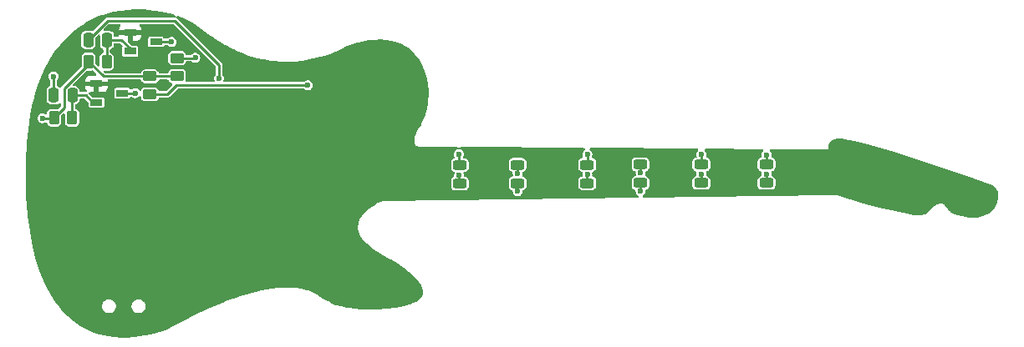
<source format=gbr>
%TF.GenerationSoftware,KiCad,Pcbnew,7.0.5-4d25ed1034~172~ubuntu22.04.1*%
%TF.CreationDate,2023-06-15T22:52:14+02:00*%
%TF.ProjectId,guitarra,67756974-6172-4726-912e-6b696361645f,rev?*%
%TF.SameCoordinates,Original*%
%TF.FileFunction,Copper,L1,Top*%
%TF.FilePolarity,Positive*%
%FSLAX46Y46*%
G04 Gerber Fmt 4.6, Leading zero omitted, Abs format (unit mm)*
G04 Created by KiCad (PCBNEW 7.0.5-4d25ed1034~172~ubuntu22.04.1) date 2023-06-15 22:52:14*
%MOMM*%
%LPD*%
G01*
G04 APERTURE LIST*
G04 Aperture macros list*
%AMRoundRect*
0 Rectangle with rounded corners*
0 $1 Rounding radius*
0 $2 $3 $4 $5 $6 $7 $8 $9 X,Y pos of 4 corners*
0 Add a 4 corners polygon primitive as box body*
4,1,4,$2,$3,$4,$5,$6,$7,$8,$9,$2,$3,0*
0 Add four circle primitives for the rounded corners*
1,1,$1+$1,$2,$3*
1,1,$1+$1,$4,$5*
1,1,$1+$1,$6,$7*
1,1,$1+$1,$8,$9*
0 Add four rect primitives between the rounded corners*
20,1,$1+$1,$2,$3,$4,$5,0*
20,1,$1+$1,$4,$5,$6,$7,0*
20,1,$1+$1,$6,$7,$8,$9,0*
20,1,$1+$1,$8,$9,$2,$3,0*%
G04 Aperture macros list end*
%TA.AperFunction,SMDPad,CuDef*%
%ADD10RoundRect,0.250000X-0.250000X-0.475000X0.250000X-0.475000X0.250000X0.475000X-0.250000X0.475000X0*%
%TD*%
%TA.AperFunction,SMDPad,CuDef*%
%ADD11RoundRect,0.250000X-0.262500X-0.450000X0.262500X-0.450000X0.262500X0.450000X-0.262500X0.450000X0*%
%TD*%
%TA.AperFunction,SMDPad,CuDef*%
%ADD12RoundRect,0.243750X-0.456250X0.243750X-0.456250X-0.243750X0.456250X-0.243750X0.456250X0.243750X0*%
%TD*%
%TA.AperFunction,SMDPad,CuDef*%
%ADD13R,1.220000X0.650000*%
%TD*%
%TA.AperFunction,SMDPad,CuDef*%
%ADD14RoundRect,0.243750X0.456250X-0.243750X0.456250X0.243750X-0.456250X0.243750X-0.456250X-0.243750X0*%
%TD*%
%TA.AperFunction,SMDPad,CuDef*%
%ADD15RoundRect,0.250000X0.450000X-0.262500X0.450000X0.262500X-0.450000X0.262500X-0.450000X-0.262500X0*%
%TD*%
%TA.AperFunction,SMDPad,CuDef*%
%ADD16RoundRect,0.250000X-0.450000X0.262500X-0.450000X-0.262500X0.450000X-0.262500X0.450000X0.262500X0*%
%TD*%
%TA.AperFunction,ViaPad*%
%ADD17C,0.600000*%
%TD*%
%TA.AperFunction,Conductor*%
%ADD18C,0.250000*%
%TD*%
G04 APERTURE END LIST*
D10*
%TO.P,C1,2*%
%TO.N,/chr_a*%
X96050000Y-47800000D03*
%TO.P,C1,1*%
%TO.N,/k_b*%
X94150000Y-47800000D03*
%TD*%
%TO.P,C2,1*%
%TO.N,/k_a*%
X97650000Y-42200000D03*
%TO.P,C2,2*%
%TO.N,/chr_b*%
X99550000Y-42200000D03*
%TD*%
D11*
%TO.P,R4,1*%
%TO.N,/sw_on*%
X97687500Y-44400000D03*
%TO.P,R4,2*%
%TO.N,/chr_b*%
X99512500Y-44400000D03*
%TD*%
D12*
%TO.P,D2,1,K*%
%TO.N,/k_b*%
X153600000Y-54825000D03*
%TO.P,D2,2,A*%
%TO.N,/leds_b*%
X153600000Y-56700000D03*
%TD*%
D13*
%TO.P,Q1,1,E*%
%TO.N,GND*%
X101890000Y-41450000D03*
%TO.P,Q1,2,B*%
%TO.N,/chr_b*%
X101890000Y-43350000D03*
%TO.P,Q1,3,C*%
%TO.N,/k_b*%
X104510000Y-42400000D03*
%TD*%
D12*
%TO.P,D1,1,K*%
%TO.N,/k_b*%
X141150000Y-54875000D03*
%TO.P,D1,2,A*%
%TO.N,/leds_b*%
X141150000Y-56750000D03*
%TD*%
D14*
%TO.P,D6,2,A*%
%TO.N,/leds_a*%
X135300000Y-54900000D03*
%TO.P,D6,1,K*%
%TO.N,/k_a*%
X135300000Y-56775000D03*
%TD*%
%TO.P,D4,1,K*%
%TO.N,/k_a*%
X148190000Y-56750000D03*
%TO.P,D4,2,A*%
%TO.N,/leds_a*%
X148190000Y-54875000D03*
%TD*%
D13*
%TO.P,Q2,1,E*%
%TO.N,GND*%
X98490000Y-46650000D03*
%TO.P,Q2,2,B*%
%TO.N,/chr_a*%
X98490000Y-48550000D03*
%TO.P,Q2,3,C*%
%TO.N,/k_a*%
X101110000Y-47600000D03*
%TD*%
D11*
%TO.P,R3,1*%
%TO.N,/sw_on*%
X94187500Y-50100000D03*
%TO.P,R3,2*%
%TO.N,/chr_a*%
X96012500Y-50100000D03*
%TD*%
D14*
%TO.P,D5,1,K*%
%TO.N,/k_a*%
X159750000Y-56700000D03*
%TO.P,D5,2,A*%
%TO.N,/leds_a*%
X159750000Y-54825000D03*
%TD*%
D12*
%TO.P,D3,1,K*%
%TO.N,/k_b*%
X166350000Y-54825000D03*
%TO.P,D3,2,A*%
%TO.N,/leds_b*%
X166350000Y-56700000D03*
%TD*%
D15*
%TO.P,R2,1*%
%TO.N,/sw_on*%
X106650000Y-45862500D03*
%TO.P,R2,2*%
%TO.N,/leds_a*%
X106650000Y-44037500D03*
%TD*%
D16*
%TO.P,R1,1*%
%TO.N,/sw_on*%
X103900000Y-45887500D03*
%TO.P,R1,2*%
%TO.N,/leds_b*%
X103900000Y-47712500D03*
%TD*%
D17*
%TO.N,GND*%
X99950000Y-46650000D03*
X101150000Y-44750000D03*
%TO.N,/sw_on*%
X93000000Y-50150000D03*
%TO.N,GND*%
X102750000Y-39600000D03*
X104550000Y-41150000D03*
X104600000Y-44100000D03*
%TO.N,/k_a*%
X148200000Y-55862000D03*
X135200000Y-55950000D03*
%TO.N,/k_b*%
X141150000Y-55763000D03*
X153600000Y-55700000D03*
%TO.N,/k_a*%
X159750000Y-55812000D03*
%TO.N,/leds_b*%
X119900000Y-46800000D03*
%TO.N,/leds_a*%
X108487701Y-44012299D03*
%TO.N,/k_a*%
X110900000Y-46100000D03*
%TO.N,/leds_b*%
X141150000Y-57550000D03*
X153600000Y-57550000D03*
X166350000Y-55812000D03*
%TO.N,/leds_a*%
X159750000Y-53800000D03*
X148200000Y-53800000D03*
X135200000Y-53800000D03*
%TO.N,/k_b*%
X166350000Y-53850000D03*
%TO.N,/k_a*%
X102400000Y-47600000D03*
%TO.N,/k_b*%
X106100000Y-42400000D03*
X94150000Y-45900000D03*
%TD*%
D18*
%TO.N,/leds_b*%
X119900000Y-46800000D02*
X106600000Y-46800000D01*
X106600000Y-46800000D02*
X105687500Y-47712500D01*
X105687500Y-47712500D02*
X103900000Y-47712500D01*
%TO.N,/sw_on*%
X93000000Y-50150000D02*
X94137500Y-50150000D01*
X94137500Y-50150000D02*
X94187500Y-50100000D01*
%TO.N,/leds_a*%
X135300000Y-54900000D02*
X135200000Y-54800000D01*
%TO.N,/k_a*%
X135200000Y-56675000D02*
X135200000Y-55950000D01*
%TO.N,/leds_a*%
X135200000Y-54800000D02*
X135200000Y-53800000D01*
%TO.N,/k_a*%
X135300000Y-56775000D02*
X135200000Y-56675000D01*
X99600000Y-40250000D02*
X97650000Y-42200000D01*
X110900000Y-44750000D02*
X106400000Y-40250000D01*
X106400000Y-40250000D02*
X99600000Y-40250000D01*
X110900000Y-46100000D02*
X110900000Y-44750000D01*
X148190000Y-55872000D02*
X148200000Y-55862000D01*
X148190000Y-56750000D02*
X148190000Y-55872000D01*
%TO.N,/k_b*%
X141150000Y-54875000D02*
X141150000Y-55763000D01*
X153600000Y-54825000D02*
X153600000Y-55700000D01*
X166350000Y-53850000D02*
X166350000Y-54825000D01*
%TO.N,/leds_b*%
X166350000Y-55812000D02*
X166350000Y-56700000D01*
%TO.N,/k_a*%
X159750000Y-55812000D02*
X159750000Y-56700000D01*
%TO.N,/leds_a*%
X108487701Y-44012299D02*
X108462500Y-44037500D01*
X108462500Y-44037500D02*
X106650000Y-44037500D01*
%TO.N,/leds_b*%
X153600000Y-57550000D02*
X153600000Y-56700000D01*
X141150000Y-56750000D02*
X141150000Y-57550000D01*
%TO.N,/leds_a*%
X148200000Y-53800000D02*
X148200000Y-54865000D01*
X148200000Y-54865000D02*
X148190000Y-54875000D01*
X159750000Y-53800000D02*
X159750000Y-54825000D01*
%TO.N,/sw_on*%
X103900000Y-45887500D02*
X106625000Y-45887500D01*
X106625000Y-45887500D02*
X106650000Y-45862500D01*
X103900000Y-45887500D02*
X99175000Y-45887500D01*
X97687500Y-44400000D02*
X99175000Y-45887500D01*
%TO.N,/k_a*%
X101110000Y-47600000D02*
X102400000Y-47600000D01*
%TO.N,/k_b*%
X106100000Y-42400000D02*
X104510000Y-42400000D01*
X94150000Y-45900000D02*
X94150000Y-47800000D01*
%TO.N,/sw_on*%
X94187500Y-50100000D02*
X95200000Y-49087500D01*
X95200000Y-49087500D02*
X95200000Y-47111827D01*
X95200000Y-47111827D02*
X97687500Y-44624327D01*
X97687500Y-44624327D02*
X97687500Y-44400000D01*
%TO.N,/chr_a*%
X96050000Y-47800000D02*
X97400000Y-47800000D01*
X97400000Y-47800000D02*
X98150000Y-48550000D01*
X98150000Y-48550000D02*
X98490000Y-48550000D01*
%TO.N,/chr_b*%
X99550000Y-42200000D02*
X101000000Y-42200000D01*
X101000000Y-42200000D02*
X101890000Y-43090000D01*
X101890000Y-43090000D02*
X101890000Y-43350000D01*
X99512500Y-44400000D02*
X99512500Y-42237500D01*
X99512500Y-42237500D02*
X99550000Y-42200000D01*
%TO.N,/chr_a*%
X96012500Y-50100000D02*
X96012500Y-47837500D01*
X96012500Y-47837500D02*
X96050000Y-47800000D01*
%TD*%
%TA.AperFunction,Conductor*%
%TO.N,GND*%
G36*
X103018435Y-39087461D02*
G01*
X103021926Y-39087572D01*
X103374394Y-39108949D01*
X103709094Y-39129250D01*
X103714047Y-39129750D01*
X105035141Y-39317342D01*
X105041329Y-39318545D01*
X106261081Y-39621253D01*
X106267024Y-39623050D01*
X106433691Y-39682759D01*
X106490163Y-39723899D01*
X106515429Y-39789041D01*
X106501465Y-39857501D01*
X106452706Y-39907544D01*
X106402689Y-39923020D01*
X106388492Y-39924263D01*
X106383081Y-39924500D01*
X99616910Y-39924500D01*
X99611506Y-39924264D01*
X99605993Y-39923781D01*
X99571192Y-39920736D01*
X99532105Y-39931210D01*
X99526825Y-39932381D01*
X99486957Y-39939411D01*
X99481983Y-39941221D01*
X99465118Y-39948207D01*
X99460313Y-39950447D01*
X99427162Y-39973659D01*
X99422603Y-39976563D01*
X99387545Y-39996805D01*
X99361523Y-40027815D01*
X99357869Y-40031803D01*
X98134331Y-41255340D01*
X98073008Y-41288825D01*
X98005696Y-41284701D01*
X97984696Y-41277353D01*
X97954270Y-41274500D01*
X97954266Y-41274500D01*
X97345734Y-41274500D01*
X97345730Y-41274500D01*
X97315300Y-41277353D01*
X97315298Y-41277353D01*
X97187119Y-41322206D01*
X97187117Y-41322207D01*
X97077850Y-41402850D01*
X96997207Y-41512117D01*
X96997206Y-41512119D01*
X96952353Y-41640298D01*
X96952353Y-41640300D01*
X96949500Y-41670730D01*
X96949500Y-42729269D01*
X96952353Y-42759699D01*
X96952353Y-42759701D01*
X96997206Y-42887880D01*
X96997207Y-42887882D01*
X97077850Y-42997150D01*
X97187118Y-43077793D01*
X97203954Y-43083684D01*
X97315299Y-43122646D01*
X97345730Y-43125500D01*
X97345734Y-43125500D01*
X97954270Y-43125500D01*
X97984699Y-43122646D01*
X97984701Y-43122646D01*
X98048790Y-43100219D01*
X98112882Y-43077793D01*
X98222150Y-42997150D01*
X98302793Y-42887882D01*
X98331859Y-42804815D01*
X98347646Y-42759701D01*
X98347646Y-42759699D01*
X98350500Y-42729269D01*
X98350500Y-42011188D01*
X98370185Y-41944149D01*
X98386819Y-41923507D01*
X98637819Y-41672507D01*
X98699142Y-41639022D01*
X98768834Y-41644006D01*
X98824767Y-41685878D01*
X98849184Y-41751342D01*
X98849500Y-41760188D01*
X98849500Y-42729269D01*
X98852353Y-42759699D01*
X98852353Y-42759701D01*
X98897206Y-42887880D01*
X98897207Y-42887882D01*
X98977850Y-42997150D01*
X99087114Y-43077790D01*
X99087118Y-43077793D01*
X99087120Y-43077794D01*
X99103953Y-43083684D01*
X99160730Y-43124405D01*
X99186478Y-43189358D01*
X99187000Y-43200727D01*
X99186999Y-43406779D01*
X99167314Y-43473818D01*
X99114510Y-43519573D01*
X99103955Y-43523819D01*
X99037117Y-43547207D01*
X98927850Y-43627850D01*
X98847207Y-43737117D01*
X98847206Y-43737119D01*
X98802353Y-43865298D01*
X98802353Y-43865300D01*
X98799500Y-43895730D01*
X98799500Y-44752311D01*
X98779815Y-44819350D01*
X98727011Y-44865105D01*
X98657853Y-44875049D01*
X98594297Y-44846024D01*
X98587819Y-44839992D01*
X98436819Y-44688992D01*
X98403334Y-44627669D01*
X98400500Y-44601311D01*
X98400500Y-43895730D01*
X98397646Y-43865300D01*
X98397646Y-43865298D01*
X98353426Y-43738927D01*
X98352793Y-43737118D01*
X98272150Y-43627850D01*
X98162882Y-43547207D01*
X98162880Y-43547206D01*
X98034700Y-43502353D01*
X98004270Y-43499500D01*
X98004266Y-43499500D01*
X97370734Y-43499500D01*
X97370730Y-43499500D01*
X97340300Y-43502353D01*
X97340298Y-43502353D01*
X97212119Y-43547206D01*
X97212117Y-43547207D01*
X97102850Y-43627850D01*
X97022207Y-43737117D01*
X97022206Y-43737119D01*
X96977353Y-43865298D01*
X96977353Y-43865300D01*
X96974499Y-43895730D01*
X96974500Y-44825638D01*
X96954815Y-44892677D01*
X96938181Y-44913319D01*
X94981803Y-46869697D01*
X94977814Y-46873352D01*
X94946805Y-46899372D01*
X94926561Y-46934433D01*
X94923655Y-46938995D01*
X94898442Y-46975003D01*
X94843865Y-47018628D01*
X94774367Y-47025822D01*
X94723233Y-47003650D01*
X94722151Y-47002851D01*
X94722150Y-47002850D01*
X94612882Y-46922207D01*
X94612879Y-46922206D01*
X94558544Y-46903193D01*
X94501768Y-46862471D01*
X94476022Y-46797518D01*
X94475500Y-46786152D01*
X94475500Y-46334887D01*
X94495185Y-46267848D01*
X94505782Y-46253689D01*
X94575377Y-46173373D01*
X94635165Y-46042457D01*
X94655647Y-45900000D01*
X94635165Y-45757543D01*
X94575377Y-45626627D01*
X94481128Y-45517857D01*
X94360053Y-45440047D01*
X94360051Y-45440046D01*
X94360049Y-45440045D01*
X94360050Y-45440045D01*
X94221963Y-45399500D01*
X94221961Y-45399500D01*
X94078039Y-45399500D01*
X94078036Y-45399500D01*
X93939949Y-45440045D01*
X93818873Y-45517856D01*
X93724623Y-45626626D01*
X93724622Y-45626628D01*
X93664834Y-45757543D01*
X93644353Y-45900000D01*
X93664834Y-46042456D01*
X93709699Y-46140694D01*
X93724623Y-46173373D01*
X93794213Y-46253685D01*
X93823238Y-46317240D01*
X93824500Y-46334887D01*
X93824500Y-46786152D01*
X93804815Y-46853191D01*
X93752011Y-46898946D01*
X93741456Y-46903193D01*
X93687117Y-46922207D01*
X93577850Y-47002850D01*
X93497207Y-47112117D01*
X93497206Y-47112119D01*
X93452353Y-47240298D01*
X93452353Y-47240300D01*
X93449500Y-47270730D01*
X93449500Y-48329269D01*
X93452353Y-48359699D01*
X93452353Y-48359701D01*
X93497206Y-48487880D01*
X93497207Y-48487882D01*
X93577850Y-48597150D01*
X93687118Y-48677793D01*
X93729845Y-48692743D01*
X93815299Y-48722646D01*
X93845730Y-48725500D01*
X93845734Y-48725500D01*
X94454270Y-48725500D01*
X94484699Y-48722646D01*
X94484701Y-48722646D01*
X94548790Y-48700219D01*
X94612882Y-48677793D01*
X94676868Y-48630569D01*
X94742495Y-48606599D01*
X94810665Y-48621914D01*
X94859734Y-48671654D01*
X94874500Y-48730340D01*
X94874500Y-48901311D01*
X94854815Y-48968350D01*
X94838181Y-48988992D01*
X94656552Y-49170620D01*
X94595229Y-49204105D01*
X94542742Y-49200886D01*
X94542070Y-49203964D01*
X94534694Y-49202353D01*
X94504270Y-49199500D01*
X94504266Y-49199500D01*
X93870734Y-49199500D01*
X93870730Y-49199500D01*
X93840300Y-49202353D01*
X93840298Y-49202353D01*
X93712119Y-49247206D01*
X93712117Y-49247207D01*
X93602850Y-49327850D01*
X93522207Y-49437117D01*
X93522206Y-49437119D01*
X93477353Y-49565298D01*
X93477353Y-49565300D01*
X93474500Y-49595730D01*
X93474500Y-49632907D01*
X93454815Y-49699946D01*
X93402011Y-49745701D01*
X93332853Y-49755645D01*
X93283461Y-49737223D01*
X93210050Y-49690045D01*
X93071963Y-49649500D01*
X93071961Y-49649500D01*
X92928039Y-49649500D01*
X92928036Y-49649500D01*
X92789949Y-49690045D01*
X92668873Y-49767856D01*
X92574623Y-49876626D01*
X92574622Y-49876628D01*
X92514834Y-50007543D01*
X92494353Y-50149999D01*
X92514834Y-50292456D01*
X92574622Y-50423371D01*
X92574623Y-50423373D01*
X92668872Y-50532143D01*
X92789947Y-50609953D01*
X92789950Y-50609954D01*
X92789949Y-50609954D01*
X92928036Y-50650499D01*
X92928038Y-50650500D01*
X92928039Y-50650500D01*
X93071962Y-50650500D01*
X93071962Y-50650499D01*
X93210050Y-50609954D01*
X93210051Y-50609954D01*
X93218902Y-50604266D01*
X93289604Y-50558828D01*
X93356643Y-50539144D01*
X93423682Y-50558828D01*
X93469437Y-50611632D01*
X93474763Y-50627611D01*
X93474861Y-50627577D01*
X93522206Y-50762880D01*
X93522207Y-50762882D01*
X93602850Y-50872150D01*
X93712118Y-50952793D01*
X93754845Y-50967744D01*
X93840299Y-50997646D01*
X93870730Y-51000500D01*
X93870734Y-51000500D01*
X94504270Y-51000500D01*
X94534699Y-50997646D01*
X94534701Y-50997646D01*
X94598790Y-50975219D01*
X94662882Y-50952793D01*
X94772150Y-50872150D01*
X94852793Y-50762882D01*
X94875219Y-50698790D01*
X94897646Y-50634701D01*
X94897646Y-50634699D01*
X94900500Y-50604269D01*
X94900500Y-49898687D01*
X94920185Y-49831648D01*
X94936810Y-49811015D01*
X95087821Y-49660004D01*
X95149142Y-49626522D01*
X95218834Y-49631506D01*
X95274767Y-49673378D01*
X95299184Y-49738842D01*
X95299500Y-49747688D01*
X95299500Y-50604269D01*
X95302353Y-50634699D01*
X95302353Y-50634701D01*
X95347206Y-50762880D01*
X95347207Y-50762882D01*
X95427850Y-50872150D01*
X95537118Y-50952793D01*
X95579845Y-50967744D01*
X95665299Y-50997646D01*
X95695730Y-51000500D01*
X95695734Y-51000500D01*
X96329270Y-51000500D01*
X96359699Y-50997646D01*
X96359701Y-50997646D01*
X96423790Y-50975219D01*
X96487882Y-50952793D01*
X96597150Y-50872150D01*
X96677793Y-50762882D01*
X96700219Y-50698790D01*
X96722646Y-50634701D01*
X96722646Y-50634699D01*
X96725500Y-50604269D01*
X96725500Y-49595730D01*
X96722646Y-49565300D01*
X96722646Y-49565298D01*
X96677793Y-49437119D01*
X96677792Y-49437117D01*
X96597150Y-49327850D01*
X96487882Y-49247207D01*
X96487882Y-49247206D01*
X96421044Y-49223819D01*
X96364268Y-49183097D01*
X96338522Y-49118144D01*
X96338000Y-49106778D01*
X96338000Y-48826969D01*
X96357685Y-48759930D01*
X96410489Y-48714175D01*
X96421025Y-48709934D01*
X96512882Y-48677793D01*
X96622150Y-48597150D01*
X96702793Y-48487882D01*
X96741315Y-48377793D01*
X96747646Y-48359701D01*
X96747646Y-48359699D01*
X96750500Y-48329269D01*
X96750500Y-48249500D01*
X96770185Y-48182461D01*
X96822989Y-48136706D01*
X96874500Y-48125500D01*
X97213812Y-48125500D01*
X97280851Y-48145185D01*
X97301493Y-48161819D01*
X97643181Y-48503507D01*
X97676666Y-48564830D01*
X97679500Y-48591188D01*
X97679500Y-48894752D01*
X97691131Y-48953229D01*
X97691132Y-48953230D01*
X97735447Y-49019552D01*
X97801769Y-49063867D01*
X97801770Y-49063868D01*
X97860247Y-49075499D01*
X97860250Y-49075500D01*
X97860252Y-49075500D01*
X99119750Y-49075500D01*
X99119751Y-49075499D01*
X99134568Y-49072552D01*
X99178229Y-49063868D01*
X99178229Y-49063867D01*
X99178231Y-49063867D01*
X99244552Y-49019552D01*
X99288867Y-48953231D01*
X99288867Y-48953229D01*
X99288868Y-48953229D01*
X99297552Y-48909568D01*
X99300500Y-48894748D01*
X99300500Y-48205252D01*
X99300500Y-48205249D01*
X99300499Y-48205247D01*
X99288868Y-48146770D01*
X99288867Y-48146769D01*
X99244552Y-48080447D01*
X99178230Y-48036132D01*
X99178229Y-48036131D01*
X99119752Y-48024500D01*
X99119748Y-48024500D01*
X98136189Y-48024500D01*
X98069150Y-48004815D01*
X98048508Y-47988181D01*
X97747007Y-47686681D01*
X97713522Y-47625358D01*
X97718506Y-47555667D01*
X97760377Y-47499733D01*
X97825842Y-47475316D01*
X97834688Y-47475000D01*
X98240000Y-47475000D01*
X98240000Y-46900000D01*
X98740000Y-46900000D01*
X98740000Y-47475000D01*
X99147828Y-47475000D01*
X99147844Y-47474999D01*
X99207372Y-47468598D01*
X99207379Y-47468596D01*
X99342086Y-47418354D01*
X99342093Y-47418350D01*
X99457187Y-47332190D01*
X99457190Y-47332187D01*
X99543350Y-47217093D01*
X99543354Y-47217086D01*
X99593596Y-47082379D01*
X99593598Y-47082372D01*
X99599999Y-47022844D01*
X99600000Y-47022827D01*
X99600000Y-46900000D01*
X98740000Y-46900000D01*
X98240000Y-46900000D01*
X97380000Y-46900000D01*
X97380000Y-47022844D01*
X97386401Y-47082372D01*
X97386403Y-47082379D01*
X97436645Y-47217086D01*
X97436647Y-47217089D01*
X97480812Y-47276086D01*
X97505229Y-47341550D01*
X97490377Y-47409823D01*
X97440972Y-47459229D01*
X97392391Y-47473922D01*
X97388499Y-47474262D01*
X97383088Y-47474500D01*
X96874500Y-47474500D01*
X96807461Y-47454815D01*
X96761706Y-47402011D01*
X96750500Y-47350500D01*
X96750500Y-47270730D01*
X96747646Y-47240300D01*
X96747646Y-47240298D01*
X96709207Y-47130448D01*
X96702793Y-47112118D01*
X96622150Y-47002850D01*
X96512882Y-46922207D01*
X96512880Y-46922206D01*
X96384700Y-46877353D01*
X96354270Y-46874500D01*
X96354266Y-46874500D01*
X96197015Y-46874500D01*
X96129976Y-46854815D01*
X96084221Y-46802011D01*
X96074277Y-46732853D01*
X96103302Y-46669297D01*
X96109334Y-46662819D01*
X96689241Y-46082913D01*
X97435334Y-45336819D01*
X97496658Y-45303334D01*
X97523016Y-45300500D01*
X98004270Y-45300500D01*
X98034693Y-45297647D01*
X98034696Y-45297646D01*
X98034699Y-45297646D01*
X98034701Y-45297645D01*
X98042068Y-45296036D01*
X98042776Y-45299279D01*
X98097576Y-45296428D01*
X98156553Y-45329379D01*
X98440493Y-45613319D01*
X98473978Y-45674642D01*
X98468994Y-45744334D01*
X98427122Y-45800267D01*
X98361658Y-45824684D01*
X98352812Y-45825000D01*
X97832155Y-45825000D01*
X97772627Y-45831401D01*
X97772620Y-45831403D01*
X97637913Y-45881645D01*
X97637906Y-45881649D01*
X97522812Y-45967809D01*
X97522809Y-45967812D01*
X97436649Y-46082906D01*
X97436645Y-46082913D01*
X97386403Y-46217620D01*
X97386401Y-46217627D01*
X97380000Y-46277155D01*
X97380000Y-46400000D01*
X99600000Y-46400000D01*
X99600000Y-46337000D01*
X99619685Y-46269961D01*
X99672489Y-46224206D01*
X99724000Y-46213000D01*
X102906778Y-46213000D01*
X102973817Y-46232685D01*
X103019572Y-46285489D01*
X103023819Y-46296044D01*
X103038459Y-46337881D01*
X103047207Y-46362882D01*
X103127850Y-46472150D01*
X103237118Y-46552793D01*
X103279845Y-46567744D01*
X103365299Y-46597646D01*
X103395730Y-46600500D01*
X103395734Y-46600500D01*
X104404270Y-46600500D01*
X104434699Y-46597646D01*
X104434701Y-46597646D01*
X104506145Y-46572646D01*
X104562882Y-46552793D01*
X104672150Y-46472150D01*
X104752793Y-46362882D01*
X104768792Y-46317157D01*
X104776181Y-46296044D01*
X104816903Y-46239268D01*
X104881856Y-46213522D01*
X104893222Y-46213000D01*
X105665526Y-46213000D01*
X105732565Y-46232685D01*
X105778320Y-46285489D01*
X105782567Y-46296044D01*
X105787291Y-46309545D01*
X105797207Y-46337882D01*
X105877850Y-46447150D01*
X105987118Y-46527793D01*
X106058561Y-46552792D01*
X106115506Y-46572718D01*
X106172282Y-46613439D01*
X106198029Y-46678392D01*
X106184573Y-46746954D01*
X106162232Y-46777440D01*
X105588993Y-47350681D01*
X105527670Y-47384166D01*
X105501312Y-47387000D01*
X104893222Y-47387000D01*
X104826183Y-47367315D01*
X104780428Y-47314511D01*
X104776181Y-47303956D01*
X104764554Y-47270730D01*
X104752793Y-47237118D01*
X104672150Y-47127850D01*
X104562882Y-47047207D01*
X104562880Y-47047206D01*
X104434700Y-47002353D01*
X104404270Y-46999500D01*
X104404266Y-46999500D01*
X103395734Y-46999500D01*
X103395730Y-46999500D01*
X103365300Y-47002353D01*
X103365298Y-47002353D01*
X103237119Y-47047206D01*
X103237117Y-47047207D01*
X103127850Y-47127850D01*
X103047207Y-47237117D01*
X103047206Y-47237119D01*
X103031742Y-47281314D01*
X102991020Y-47338090D01*
X102926067Y-47363837D01*
X102857506Y-47350380D01*
X102820988Y-47321562D01*
X102731128Y-47217857D01*
X102610053Y-47140047D01*
X102610051Y-47140046D01*
X102610049Y-47140045D01*
X102610050Y-47140045D01*
X102471963Y-47099500D01*
X102471961Y-47099500D01*
X102328039Y-47099500D01*
X102328036Y-47099500D01*
X102189949Y-47140045D01*
X102069261Y-47217606D01*
X102002221Y-47237290D01*
X101935182Y-47217605D01*
X101899120Y-47182182D01*
X101864551Y-47130446D01*
X101798230Y-47086132D01*
X101798229Y-47086131D01*
X101739752Y-47074500D01*
X101739748Y-47074500D01*
X100480252Y-47074500D01*
X100480247Y-47074500D01*
X100421770Y-47086131D01*
X100421769Y-47086132D01*
X100355447Y-47130447D01*
X100311132Y-47196769D01*
X100311131Y-47196770D01*
X100299500Y-47255247D01*
X100299500Y-47944752D01*
X100311131Y-48003229D01*
X100311132Y-48003230D01*
X100355447Y-48069552D01*
X100421769Y-48113867D01*
X100421770Y-48113868D01*
X100480247Y-48125499D01*
X100480250Y-48125500D01*
X100480252Y-48125500D01*
X101739750Y-48125500D01*
X101739751Y-48125499D01*
X101762150Y-48121044D01*
X101798229Y-48113868D01*
X101798229Y-48113867D01*
X101798231Y-48113867D01*
X101864552Y-48069552D01*
X101899120Y-48017817D01*
X101952732Y-47973013D01*
X102022057Y-47964306D01*
X102069261Y-47982393D01*
X102189947Y-48059953D01*
X102189950Y-48059954D01*
X102189949Y-48059954D01*
X102328036Y-48100499D01*
X102328038Y-48100500D01*
X102328039Y-48100500D01*
X102471962Y-48100500D01*
X102471962Y-48100499D01*
X102579121Y-48069035D01*
X102610050Y-48059954D01*
X102610050Y-48059953D01*
X102610053Y-48059953D01*
X102731128Y-47982143D01*
X102781786Y-47923679D01*
X102840565Y-47885904D01*
X102910434Y-47885904D01*
X102969213Y-47923678D01*
X102998238Y-47987233D01*
X102999500Y-48004881D01*
X102999500Y-48029269D01*
X103002353Y-48059699D01*
X103002353Y-48059701D01*
X103032821Y-48146770D01*
X103047207Y-48187882D01*
X103127850Y-48297150D01*
X103237118Y-48377793D01*
X103279845Y-48392744D01*
X103365299Y-48422646D01*
X103395730Y-48425500D01*
X103395734Y-48425500D01*
X104404270Y-48425500D01*
X104434699Y-48422646D01*
X104434701Y-48422646D01*
X104498790Y-48400219D01*
X104562882Y-48377793D01*
X104672150Y-48297150D01*
X104752793Y-48187882D01*
X104770700Y-48136706D01*
X104776181Y-48121044D01*
X104816903Y-48064268D01*
X104881856Y-48038522D01*
X104893222Y-48038000D01*
X105670578Y-48038000D01*
X105675981Y-48038235D01*
X105716307Y-48041764D01*
X105755440Y-48031277D01*
X105760662Y-48030119D01*
X105800545Y-48023088D01*
X105800550Y-48023084D01*
X105805599Y-48021247D01*
X105822324Y-48014319D01*
X105827181Y-48012054D01*
X105827184Y-48012054D01*
X105860341Y-47988835D01*
X105864890Y-47985938D01*
X105899955Y-47965694D01*
X105925981Y-47934676D01*
X105929622Y-47930702D01*
X106698506Y-47161819D01*
X106759830Y-47128334D01*
X106786188Y-47125500D01*
X119463162Y-47125500D01*
X119530201Y-47145185D01*
X119556872Y-47168295D01*
X119568872Y-47182143D01*
X119689947Y-47259953D01*
X119689950Y-47259954D01*
X119689949Y-47259954D01*
X119828036Y-47300499D01*
X119828038Y-47300500D01*
X119828039Y-47300500D01*
X119971962Y-47300500D01*
X119971962Y-47300499D01*
X120110053Y-47259953D01*
X120231128Y-47182143D01*
X120325377Y-47073373D01*
X120385165Y-46942457D01*
X120405647Y-46800000D01*
X120385165Y-46657543D01*
X120325377Y-46526627D01*
X120231128Y-46417857D01*
X120110053Y-46340047D01*
X120110051Y-46340046D01*
X120110049Y-46340045D01*
X120110050Y-46340045D01*
X119971963Y-46299500D01*
X119971961Y-46299500D01*
X119828039Y-46299500D01*
X119828036Y-46299500D01*
X119689949Y-46340045D01*
X119568873Y-46417856D01*
X119568872Y-46417856D01*
X119568872Y-46417857D01*
X119556873Y-46431703D01*
X119498097Y-46469477D01*
X119463162Y-46474500D01*
X111472142Y-46474500D01*
X111405103Y-46454815D01*
X111359348Y-46402011D01*
X111349404Y-46332853D01*
X111359348Y-46298988D01*
X111373569Y-46267848D01*
X111385165Y-46242457D01*
X111405647Y-46100000D01*
X111385165Y-45957543D01*
X111325377Y-45826627D01*
X111325375Y-45826625D01*
X111325374Y-45826622D01*
X111255787Y-45746314D01*
X111226762Y-45682758D01*
X111225500Y-45665112D01*
X111225500Y-44766920D01*
X111225736Y-44761513D01*
X111226950Y-44747646D01*
X111229264Y-44721193D01*
X111218782Y-44682076D01*
X111217616Y-44676818D01*
X111210588Y-44636955D01*
X111210586Y-44636952D01*
X111210586Y-44636950D01*
X111208760Y-44631933D01*
X111201820Y-44615176D01*
X111199554Y-44610319D01*
X111199554Y-44610316D01*
X111176339Y-44577162D01*
X111173433Y-44572599D01*
X111153196Y-44537548D01*
X111153195Y-44537547D01*
X111153194Y-44537545D01*
X111122177Y-44511518D01*
X111118193Y-44507867D01*
X108880330Y-42270004D01*
X106642119Y-40031793D01*
X106638474Y-40027814D01*
X106606993Y-39990296D01*
X106578981Y-39926288D01*
X106590022Y-39857296D01*
X106636610Y-39805225D01*
X106703953Y-39786608D01*
X106743803Y-39793856D01*
X107354646Y-40012691D01*
X107360776Y-40015267D01*
X108215952Y-40430025D01*
X108276806Y-40459539D01*
X108297947Y-40472554D01*
X108458553Y-40595185D01*
X109832163Y-41644006D01*
X109832901Y-41644569D01*
X109834381Y-41645856D01*
X109834496Y-41645934D01*
X109837750Y-41648288D01*
X109838027Y-41648503D01*
X109839761Y-41649522D01*
X110432806Y-42055247D01*
X110504233Y-42104113D01*
X110507205Y-42106480D01*
X110510400Y-42108433D01*
X110513104Y-42110184D01*
X110517167Y-42112966D01*
X110520719Y-42114754D01*
X111241647Y-42556561D01*
X111285180Y-42583239D01*
X111287973Y-42585257D01*
X111292203Y-42587607D01*
X111294425Y-42588903D01*
X111300004Y-42592313D01*
X111303324Y-42593777D01*
X111713633Y-42821354D01*
X111715880Y-42822844D01*
X111721627Y-42825814D01*
X111723012Y-42826553D01*
X111732101Y-42831545D01*
X111734758Y-42832553D01*
X112172153Y-43056955D01*
X112173498Y-43057765D01*
X112174814Y-43058377D01*
X112177139Y-43059517D01*
X112184169Y-43063148D01*
X112187418Y-43064292D01*
X112610370Y-43262988D01*
X112645195Y-43279348D01*
X112648209Y-43281053D01*
X112652453Y-43282827D01*
X112655119Y-43284015D01*
X112660861Y-43286738D01*
X112664238Y-43287826D01*
X113150978Y-43494673D01*
X113152500Y-43495450D01*
X113153778Y-43495930D01*
X113156427Y-43496993D01*
X113161109Y-43498999D01*
X113164476Y-43499976D01*
X113328600Y-43562119D01*
X113532997Y-43639511D01*
X113670238Y-43691475D01*
X113673597Y-43693053D01*
X113677768Y-43694409D01*
X113680816Y-43695488D01*
X113686352Y-43697612D01*
X113690147Y-43698495D01*
X114215392Y-43872269D01*
X114219002Y-43873826D01*
X114224304Y-43875299D01*
X114227322Y-43876220D01*
X114231446Y-43877594D01*
X114235042Y-43878318D01*
X114785061Y-44033209D01*
X114788838Y-44034584D01*
X114792132Y-44035317D01*
X114796012Y-44036311D01*
X114800537Y-44037628D01*
X114804800Y-44038225D01*
X115379210Y-44170880D01*
X115381009Y-44171427D01*
X115381815Y-44171570D01*
X115385076Y-44172237D01*
X115389484Y-44173263D01*
X115393426Y-44173644D01*
X115983227Y-44279125D01*
X115987527Y-44280264D01*
X115991207Y-44280689D01*
X115995485Y-44281334D01*
X116000118Y-44282199D01*
X116004667Y-44282353D01*
X116613729Y-44358667D01*
X116617958Y-44359527D01*
X116620983Y-44359716D01*
X116625421Y-44360154D01*
X116629622Y-44360721D01*
X116634298Y-44360635D01*
X117095688Y-44393072D01*
X117267971Y-44405185D01*
X117269975Y-44405465D01*
X117270501Y-44405472D01*
X117274250Y-44405630D01*
X117278244Y-44405918D01*
X117282495Y-44405633D01*
X117935877Y-44414669D01*
X117938163Y-44414859D01*
X117942785Y-44414794D01*
X117946399Y-44414888D01*
X117951251Y-44414246D01*
X118622083Y-44384635D01*
X118624158Y-44384682D01*
X118624281Y-44384669D01*
X118628446Y-44384362D01*
X118631413Y-44384243D01*
X118635642Y-44383484D01*
X119320537Y-44312495D01*
X119324817Y-44312377D01*
X119328033Y-44311841D01*
X119331924Y-44311319D01*
X119335019Y-44311002D01*
X119339128Y-44310010D01*
X120046527Y-44193488D01*
X120048982Y-44193245D01*
X120053189Y-44192427D01*
X120056017Y-44192000D01*
X120060702Y-44190518D01*
X120783159Y-44026231D01*
X120785345Y-44025893D01*
X120789802Y-44024738D01*
X120792181Y-44024215D01*
X120796325Y-44022670D01*
X121535907Y-43806910D01*
X121538001Y-43806457D01*
X121538245Y-43806369D01*
X121542254Y-43805067D01*
X121545886Y-43804022D01*
X121550008Y-43802150D01*
X122303971Y-43532413D01*
X122306031Y-43531834D01*
X122306039Y-43531831D01*
X122310262Y-43530178D01*
X122313289Y-43529118D01*
X122317295Y-43527024D01*
X123086510Y-43199689D01*
X123088470Y-43199013D01*
X123088777Y-43198860D01*
X123092457Y-43197167D01*
X123095670Y-43195814D01*
X123099375Y-43193604D01*
X123879012Y-42807582D01*
X123895474Y-42800855D01*
X124637754Y-42558082D01*
X124641411Y-42557012D01*
X125348897Y-42373392D01*
X125352962Y-42372484D01*
X126019514Y-42247242D01*
X126024051Y-42246562D01*
X126650489Y-42176655D01*
X126655447Y-42176304D01*
X127242546Y-42158687D01*
X127247908Y-42158761D01*
X127796460Y-42190382D01*
X127802178Y-42190982D01*
X128313027Y-42268787D01*
X128319004Y-42270002D01*
X128793084Y-42390968D01*
X128799140Y-42392848D01*
X129159904Y-42525500D01*
X129237389Y-42553991D01*
X129243359Y-42556548D01*
X129646744Y-42754941D01*
X129652434Y-42758121D01*
X129829306Y-42869552D01*
X130021901Y-42990889D01*
X130027148Y-42994589D01*
X130363594Y-43258893D01*
X130368298Y-43262988D01*
X130672593Y-43556026D01*
X130676688Y-43560369D01*
X130734436Y-43627850D01*
X130949621Y-43879308D01*
X130953105Y-43883777D01*
X131195466Y-44225820D01*
X131198350Y-44230285D01*
X131306543Y-44414732D01*
X131410856Y-44592567D01*
X131413207Y-44596972D01*
X131451768Y-44676806D01*
X131596563Y-44976581D01*
X131598429Y-44980849D01*
X131683494Y-45197206D01*
X131722983Y-45297646D01*
X131753364Y-45374917D01*
X131754819Y-45379042D01*
X131850083Y-45682758D01*
X131882030Y-45784610D01*
X131883133Y-45788586D01*
X131983330Y-46202680D01*
X131984129Y-46206507D01*
X132058049Y-46626190D01*
X132058586Y-46629887D01*
X132106393Y-47047207D01*
X132106961Y-47052159D01*
X132107267Y-47055757D01*
X132130844Y-47477695D01*
X132130941Y-47481224D01*
X132130474Y-47899775D01*
X132130371Y-47903272D01*
X132106628Y-48315464D01*
X132106326Y-48318969D01*
X132060089Y-48721801D01*
X132059576Y-48725360D01*
X131991624Y-49115896D01*
X131990873Y-49119557D01*
X131902033Y-49494687D01*
X131901000Y-49498502D01*
X131839508Y-49699946D01*
X131794519Y-49847326D01*
X131792089Y-49855286D01*
X131790708Y-49859310D01*
X131662572Y-50194743D01*
X131660747Y-50199032D01*
X131514279Y-50510099D01*
X131511874Y-50514698D01*
X131347022Y-50800116D01*
X131346058Y-50801728D01*
X131199132Y-51039199D01*
X131198416Y-51040191D01*
X131196753Y-51043043D01*
X131195508Y-51045098D01*
X131195019Y-51046071D01*
X131070032Y-51264311D01*
X131069304Y-51265425D01*
X131068601Y-51266752D01*
X131067777Y-51268255D01*
X131066779Y-51270016D01*
X131066196Y-51271341D01*
X130961237Y-51472234D01*
X130960570Y-51473365D01*
X130960060Y-51474431D01*
X130959347Y-51475869D01*
X130958648Y-51477233D01*
X130958119Y-51478566D01*
X130872042Y-51662746D01*
X130871266Y-51664163D01*
X130870686Y-51665553D01*
X130869897Y-51667360D01*
X130869215Y-51668856D01*
X130868702Y-51670409D01*
X130800205Y-51838847D01*
X130799480Y-51840382D01*
X130799281Y-51840954D01*
X130798422Y-51843265D01*
X130797913Y-51844554D01*
X130797444Y-51846337D01*
X130745398Y-51999658D01*
X130744754Y-52001277D01*
X130744674Y-52001565D01*
X130743918Y-52004074D01*
X130743626Y-52004970D01*
X130743256Y-52006867D01*
X130706360Y-52146275D01*
X130705742Y-52148239D01*
X130705154Y-52150873D01*
X130704900Y-52153015D01*
X130682068Y-52279231D01*
X130681522Y-52281679D01*
X130681381Y-52282736D01*
X130681297Y-52285318D01*
X130671482Y-52398869D01*
X130671144Y-52401536D01*
X130671313Y-52404233D01*
X130673447Y-52506470D01*
X130673416Y-52508757D01*
X130673819Y-52511012D01*
X130686986Y-52602524D01*
X130687214Y-52604452D01*
X130687865Y-52606469D01*
X130710950Y-52687113D01*
X130711395Y-52688815D01*
X130712220Y-52690510D01*
X130744338Y-52761410D01*
X130744951Y-52762831D01*
X130745940Y-52764269D01*
X130785842Y-52825564D01*
X130786708Y-52826961D01*
X130787863Y-52828199D01*
X130834633Y-52880762D01*
X130835719Y-52882038D01*
X130837091Y-52883139D01*
X130889226Y-52927185D01*
X130890803Y-52928600D01*
X130892666Y-52929714D01*
X130941619Y-52961216D01*
X130946869Y-52964595D01*
X130948638Y-52965733D01*
X130950869Y-52967300D01*
X130953350Y-52968393D01*
X131012385Y-52997404D01*
X131015177Y-52998931D01*
X131018209Y-52999877D01*
X131078651Y-53022387D01*
X131081474Y-53023613D01*
X131082341Y-53023893D01*
X131085321Y-53024541D01*
X131146486Y-53041472D01*
X131147854Y-53041851D01*
X131150735Y-53042782D01*
X131153755Y-53043129D01*
X131211387Y-53052670D01*
X131285916Y-53065008D01*
X131289083Y-53065687D01*
X131292312Y-53065692D01*
X131383354Y-53070567D01*
X131417803Y-53072412D01*
X131420964Y-53072767D01*
X131422571Y-53072786D01*
X131425694Y-53072489D01*
X131535548Y-53069217D01*
X131537872Y-53069300D01*
X131541773Y-53069057D01*
X131544049Y-53068686D01*
X131624491Y-53061117D01*
X131628947Y-53061068D01*
X131632849Y-53060455D01*
X131636754Y-53059967D01*
X131640635Y-53059607D01*
X131644919Y-53058580D01*
X131705439Y-53049205D01*
X131727462Y-53048606D01*
X131739801Y-53046855D01*
X135049592Y-53069551D01*
X135116495Y-53089695D01*
X135161887Y-53142811D01*
X135171356Y-53212036D01*
X135141896Y-53275391D01*
X135083677Y-53312525D01*
X134989948Y-53340045D01*
X134868873Y-53417856D01*
X134774623Y-53526626D01*
X134774622Y-53526628D01*
X134714834Y-53657543D01*
X134694353Y-53800000D01*
X134714834Y-53942456D01*
X134771861Y-54067326D01*
X134781805Y-54136485D01*
X134752780Y-54200041D01*
X134700023Y-54235879D01*
X134633819Y-54259045D01*
X134526069Y-54338569D01*
X134446545Y-54446319D01*
X134446544Y-54446321D01*
X134402315Y-54572718D01*
X134402313Y-54572730D01*
X134399500Y-54602731D01*
X134399500Y-55197268D01*
X134402313Y-55227269D01*
X134402315Y-55227281D01*
X134446544Y-55353678D01*
X134446545Y-55353680D01*
X134526069Y-55461430D01*
X134633819Y-55540954D01*
X134633821Y-55540955D01*
X134680334Y-55557231D01*
X134737110Y-55597953D01*
X134762857Y-55662905D01*
X134752173Y-55725783D01*
X134714835Y-55807541D01*
X134714834Y-55807542D01*
X134694353Y-55950000D01*
X134694353Y-55950001D01*
X134702239Y-56004854D01*
X134692295Y-56074013D01*
X134646539Y-56126816D01*
X134637445Y-56132129D01*
X134633821Y-56134044D01*
X134526069Y-56213569D01*
X134446545Y-56321319D01*
X134446544Y-56321321D01*
X134402315Y-56447718D01*
X134402313Y-56447730D01*
X134399500Y-56477731D01*
X134399500Y-57072268D01*
X134402313Y-57102269D01*
X134402315Y-57102281D01*
X134446544Y-57228678D01*
X134446545Y-57228680D01*
X134526069Y-57336430D01*
X134633819Y-57415954D01*
X134633821Y-57415955D01*
X134760218Y-57460184D01*
X134760222Y-57460184D01*
X134760226Y-57460186D01*
X134775231Y-57461593D01*
X134790232Y-57463000D01*
X134790236Y-57463000D01*
X135809768Y-57463000D01*
X135823101Y-57461749D01*
X135839774Y-57460186D01*
X135839778Y-57460184D01*
X135839781Y-57460184D01*
X135922923Y-57431091D01*
X135966179Y-57415955D01*
X136073930Y-57336430D01*
X136153455Y-57228679D01*
X136191490Y-57119981D01*
X136197684Y-57102281D01*
X136197684Y-57102278D01*
X136197686Y-57102274D01*
X136200500Y-57072264D01*
X136200500Y-57047268D01*
X140249500Y-57047268D01*
X140252313Y-57077269D01*
X140252315Y-57077281D01*
X140296544Y-57203678D01*
X140296545Y-57203680D01*
X140376069Y-57311430D01*
X140476004Y-57385186D01*
X140483821Y-57390955D01*
X140562133Y-57418357D01*
X140618907Y-57459078D01*
X140644655Y-57524030D01*
X140644219Y-57541131D01*
X140644353Y-57541131D01*
X140644353Y-57549999D01*
X140664834Y-57692456D01*
X140686905Y-57740784D01*
X140724623Y-57823373D01*
X140818872Y-57932143D01*
X140939947Y-58009953D01*
X140939950Y-58009954D01*
X140939949Y-58009954D01*
X141078036Y-58050499D01*
X141078038Y-58050500D01*
X141078039Y-58050500D01*
X141221962Y-58050500D01*
X141221962Y-58050499D01*
X141360053Y-58009953D01*
X141481128Y-57932143D01*
X141575377Y-57823373D01*
X141635165Y-57692457D01*
X141655647Y-57550000D01*
X141655647Y-57549997D01*
X141655647Y-57541131D01*
X141657800Y-57541131D01*
X141666021Y-57483900D01*
X141711770Y-57431091D01*
X141737859Y-57418360D01*
X141816179Y-57390955D01*
X141923930Y-57311430D01*
X142003455Y-57203679D01*
X142032742Y-57119981D01*
X142047684Y-57077281D01*
X142047684Y-57077278D01*
X142047686Y-57077274D01*
X142050500Y-57047264D01*
X142050500Y-56452736D01*
X142050030Y-56447726D01*
X142047686Y-56422730D01*
X142047686Y-56422726D01*
X142047684Y-56422722D01*
X142047684Y-56422718D01*
X142003455Y-56296321D01*
X142003454Y-56296319D01*
X141923930Y-56188569D01*
X141816180Y-56109045D01*
X141708250Y-56071278D01*
X141651475Y-56030556D01*
X141625728Y-55965603D01*
X141634416Y-55914477D01*
X141632667Y-55913964D01*
X141635165Y-55905457D01*
X141655647Y-55763000D01*
X141644038Y-55682259D01*
X141653981Y-55613103D01*
X141699736Y-55560299D01*
X141725821Y-55547573D01*
X141773122Y-55531021D01*
X141816179Y-55515955D01*
X141923930Y-55436430D01*
X142003455Y-55328679D01*
X142047686Y-55202274D01*
X142050500Y-55172264D01*
X142050500Y-54577736D01*
X142050030Y-54572726D01*
X142047686Y-54547730D01*
X142047686Y-54547726D01*
X142047684Y-54547722D01*
X142047684Y-54547718D01*
X142003455Y-54421321D01*
X142003454Y-54421319D01*
X141923930Y-54313569D01*
X141816180Y-54234045D01*
X141816178Y-54234044D01*
X141689781Y-54189815D01*
X141689769Y-54189813D01*
X141659768Y-54187000D01*
X141659764Y-54187000D01*
X140640236Y-54187000D01*
X140640232Y-54187000D01*
X140610230Y-54189813D01*
X140610218Y-54189815D01*
X140483821Y-54234044D01*
X140483819Y-54234045D01*
X140376069Y-54313569D01*
X140296545Y-54421319D01*
X140296544Y-54421321D01*
X140252315Y-54547718D01*
X140252313Y-54547730D01*
X140249500Y-54577731D01*
X140249500Y-55172268D01*
X140252313Y-55202269D01*
X140252315Y-55202281D01*
X140296544Y-55328678D01*
X140296545Y-55328680D01*
X140376069Y-55436430D01*
X140483819Y-55515954D01*
X140483821Y-55515955D01*
X140574178Y-55547573D01*
X140630954Y-55588295D01*
X140656701Y-55653247D01*
X140655961Y-55682260D01*
X140644353Y-55762999D01*
X140664834Y-55905457D01*
X140667333Y-55913964D01*
X140665291Y-55914563D01*
X140673530Y-55971892D01*
X140644501Y-56035446D01*
X140591749Y-56071278D01*
X140483819Y-56109045D01*
X140376069Y-56188569D01*
X140296545Y-56296319D01*
X140296544Y-56296321D01*
X140252315Y-56422718D01*
X140252313Y-56422730D01*
X140249500Y-56452731D01*
X140249500Y-57047268D01*
X136200500Y-57047268D01*
X136200500Y-56477736D01*
X136197686Y-56447726D01*
X136197684Y-56447722D01*
X136197684Y-56447718D01*
X136153455Y-56321321D01*
X136153454Y-56321319D01*
X136073930Y-56213569D01*
X135966180Y-56134045D01*
X135966178Y-56134044D01*
X135839781Y-56089815D01*
X135839770Y-56089813D01*
X135817293Y-56087705D01*
X135752385Y-56061846D01*
X135711761Y-56005000D01*
X135707319Y-55958868D01*
X135705647Y-55958868D01*
X135705647Y-55950000D01*
X135704660Y-55943133D01*
X135685165Y-55807543D01*
X135665055Y-55763509D01*
X135655112Y-55694354D01*
X135684136Y-55630798D01*
X135742914Y-55593023D01*
X135777850Y-55588000D01*
X135809768Y-55588000D01*
X135823101Y-55586749D01*
X135839774Y-55585186D01*
X135839778Y-55585184D01*
X135839781Y-55585184D01*
X135921074Y-55556738D01*
X135966179Y-55540955D01*
X136073930Y-55461430D01*
X136153455Y-55353679D01*
X136197686Y-55227274D01*
X136200500Y-55197264D01*
X136200500Y-54602736D01*
X136197686Y-54572726D01*
X136197684Y-54572722D01*
X136197684Y-54572718D01*
X136153455Y-54446321D01*
X136153454Y-54446319D01*
X136073930Y-54338569D01*
X135966180Y-54259045D01*
X135966178Y-54259044D01*
X135839781Y-54214815D01*
X135839769Y-54214813D01*
X135809768Y-54212000D01*
X135809764Y-54212000D01*
X135755016Y-54212000D01*
X135687977Y-54192315D01*
X135642222Y-54139511D01*
X135632278Y-54070353D01*
X135642222Y-54036488D01*
X135651961Y-54015163D01*
X135685165Y-53942457D01*
X135705647Y-53800000D01*
X135685165Y-53657543D01*
X135625377Y-53526627D01*
X135531128Y-53417857D01*
X135481022Y-53385656D01*
X135410051Y-53340045D01*
X135323556Y-53314649D01*
X135264778Y-53276875D01*
X135235753Y-53213319D01*
X135245696Y-53144161D01*
X135291451Y-53091357D01*
X135358491Y-53071672D01*
X135359289Y-53071674D01*
X147852787Y-53157344D01*
X147919689Y-53177488D01*
X147965081Y-53230604D01*
X147974550Y-53299829D01*
X147945090Y-53363184D01*
X147918977Y-53385656D01*
X147868873Y-53417856D01*
X147774623Y-53526626D01*
X147774622Y-53526628D01*
X147714834Y-53657543D01*
X147694353Y-53799999D01*
X147714834Y-53942454D01*
X147714834Y-53942455D01*
X147714835Y-53942457D01*
X147741678Y-54001235D01*
X147748039Y-54015163D01*
X147757982Y-54084321D01*
X147728957Y-54147877D01*
X147670178Y-54185651D01*
X147657565Y-54188072D01*
X147657594Y-54188205D01*
X147650218Y-54189815D01*
X147523821Y-54234044D01*
X147523819Y-54234045D01*
X147416069Y-54313569D01*
X147336545Y-54421319D01*
X147336544Y-54421321D01*
X147292315Y-54547718D01*
X147292313Y-54547730D01*
X147289500Y-54577731D01*
X147289500Y-55172268D01*
X147292313Y-55202269D01*
X147292315Y-55202281D01*
X147336544Y-55328678D01*
X147336545Y-55328680D01*
X147416069Y-55436430D01*
X147523819Y-55515954D01*
X147523821Y-55515955D01*
X147640370Y-55556738D01*
X147697146Y-55597460D01*
X147722893Y-55662412D01*
X147714768Y-55710282D01*
X147717333Y-55711036D01*
X147714834Y-55719542D01*
X147694353Y-55862000D01*
X147705482Y-55939408D01*
X147695538Y-56008566D01*
X147649783Y-56061370D01*
X147623700Y-56074095D01*
X147523819Y-56109045D01*
X147416069Y-56188569D01*
X147336545Y-56296319D01*
X147336544Y-56296321D01*
X147292315Y-56422718D01*
X147292313Y-56422730D01*
X147289500Y-56452731D01*
X147289500Y-57047268D01*
X147292313Y-57077269D01*
X147292315Y-57077281D01*
X147336544Y-57203678D01*
X147336545Y-57203680D01*
X147416069Y-57311430D01*
X147523819Y-57390954D01*
X147523821Y-57390955D01*
X147650218Y-57435184D01*
X147650222Y-57435184D01*
X147650226Y-57435186D01*
X147665231Y-57436593D01*
X147680232Y-57438000D01*
X147680236Y-57438000D01*
X148699768Y-57438000D01*
X148713101Y-57436749D01*
X148729774Y-57435186D01*
X148729778Y-57435184D01*
X148729781Y-57435184D01*
X148808773Y-57407543D01*
X148856179Y-57390955D01*
X148963930Y-57311430D01*
X149043455Y-57203679D01*
X149072742Y-57119981D01*
X149087684Y-57077281D01*
X149087684Y-57077278D01*
X149087686Y-57077274D01*
X149090500Y-57047264D01*
X149090500Y-56452736D01*
X149090030Y-56447726D01*
X149087686Y-56422730D01*
X149087686Y-56422726D01*
X149087684Y-56422722D01*
X149087684Y-56422718D01*
X149043455Y-56296321D01*
X149043454Y-56296319D01*
X148963930Y-56188569D01*
X148856180Y-56109045D01*
X148775341Y-56080758D01*
X148718566Y-56040036D01*
X148692819Y-55975083D01*
X148693558Y-55946076D01*
X148705647Y-55862000D01*
X148685165Y-55719543D01*
X148685034Y-55719257D01*
X148684989Y-55718946D01*
X148682667Y-55711036D01*
X148683804Y-55710702D01*
X148675090Y-55650102D01*
X148704113Y-55586545D01*
X148756873Y-55550704D01*
X148806202Y-55533442D01*
X148856179Y-55515955D01*
X148963930Y-55436430D01*
X149043455Y-55328679D01*
X149087686Y-55202274D01*
X149090500Y-55172264D01*
X149090500Y-54577736D01*
X149090030Y-54572726D01*
X149087686Y-54547730D01*
X149087686Y-54547726D01*
X149087684Y-54547722D01*
X149087684Y-54547718D01*
X149043455Y-54421321D01*
X149043454Y-54421319D01*
X148963930Y-54313569D01*
X148856180Y-54234045D01*
X148856178Y-54234044D01*
X148722652Y-54187321D01*
X148723734Y-54184227D01*
X148675428Y-54157818D01*
X148641974Y-54096478D01*
X148646993Y-54026789D01*
X148650347Y-54018696D01*
X148685165Y-53942457D01*
X148705647Y-53800000D01*
X148685165Y-53657543D01*
X148625377Y-53526627D01*
X148531128Y-53417857D01*
X148488530Y-53390481D01*
X148442776Y-53337678D01*
X148432832Y-53268520D01*
X148461857Y-53204964D01*
X148520635Y-53167189D01*
X148556417Y-53162169D01*
X159305889Y-53235879D01*
X159372790Y-53256023D01*
X159418182Y-53309139D01*
X159427651Y-53378364D01*
X159398750Y-53441078D01*
X159324625Y-53526622D01*
X159324622Y-53526628D01*
X159264834Y-53657543D01*
X159244353Y-53800000D01*
X159264834Y-53942454D01*
X159278551Y-53972490D01*
X159288494Y-54041649D01*
X159259469Y-54105204D01*
X159206712Y-54141042D01*
X159083819Y-54184045D01*
X158976069Y-54263569D01*
X158896545Y-54371319D01*
X158896544Y-54371321D01*
X158852315Y-54497718D01*
X158852313Y-54497730D01*
X158849500Y-54527731D01*
X158849500Y-55122268D01*
X158852313Y-55152269D01*
X158852315Y-55152281D01*
X158896544Y-55278678D01*
X158896545Y-55278680D01*
X158976069Y-55386430D01*
X159083819Y-55465954D01*
X159083821Y-55465955D01*
X159191748Y-55503721D01*
X159248524Y-55544443D01*
X159274271Y-55609395D01*
X159265587Y-55660523D01*
X159267333Y-55661036D01*
X159264834Y-55669542D01*
X159244353Y-55812000D01*
X159255961Y-55892739D01*
X159246017Y-55961897D01*
X159200262Y-56014701D01*
X159174179Y-56027426D01*
X159083819Y-56059045D01*
X158976069Y-56138569D01*
X158896545Y-56246319D01*
X158896544Y-56246321D01*
X158852315Y-56372718D01*
X158852313Y-56372730D01*
X158849500Y-56402731D01*
X158849500Y-56997268D01*
X158852313Y-57027269D01*
X158852315Y-57027281D01*
X158896544Y-57153678D01*
X158896545Y-57153680D01*
X158976069Y-57261430D01*
X159083819Y-57340954D01*
X159083821Y-57340955D01*
X159210218Y-57385184D01*
X159210222Y-57385184D01*
X159210226Y-57385186D01*
X159225231Y-57386593D01*
X159240232Y-57388000D01*
X159240236Y-57388000D01*
X160259768Y-57388000D01*
X160273101Y-57386749D01*
X160289774Y-57385186D01*
X160289778Y-57385184D01*
X160289781Y-57385184D01*
X160360845Y-57360316D01*
X160416179Y-57340955D01*
X160523930Y-57261430D01*
X160603455Y-57153679D01*
X160640690Y-57047268D01*
X160647684Y-57027281D01*
X160647684Y-57027278D01*
X160647686Y-57027274D01*
X160650500Y-56997264D01*
X160650500Y-56402736D01*
X160647686Y-56372726D01*
X160647684Y-56372722D01*
X160647684Y-56372718D01*
X160603455Y-56246321D01*
X160603454Y-56246319D01*
X160523930Y-56138569D01*
X160416180Y-56059045D01*
X160325820Y-56027426D01*
X160269044Y-55986704D01*
X160243298Y-55921751D01*
X160244037Y-55892744D01*
X160255647Y-55812000D01*
X160235165Y-55669543D01*
X160235165Y-55669542D01*
X160232667Y-55661036D01*
X160234710Y-55660435D01*
X160226468Y-55603117D01*
X160255491Y-55539561D01*
X160308251Y-55503721D01*
X160364342Y-55484093D01*
X160416179Y-55465955D01*
X160523930Y-55386430D01*
X160603455Y-55278679D01*
X160640690Y-55172268D01*
X160647684Y-55152281D01*
X160647684Y-55152278D01*
X160647686Y-55152274D01*
X160650500Y-55122264D01*
X160650500Y-54527736D01*
X160647686Y-54497726D01*
X160647684Y-54497722D01*
X160647684Y-54497718D01*
X160603455Y-54371321D01*
X160603454Y-54371319D01*
X160523930Y-54263569D01*
X160416180Y-54184045D01*
X160293287Y-54141042D01*
X160236512Y-54100320D01*
X160210765Y-54035367D01*
X160221449Y-53972490D01*
X160235165Y-53942457D01*
X160255647Y-53800000D01*
X160235165Y-53657543D01*
X160175377Y-53526627D01*
X160175375Y-53526625D01*
X160175374Y-53526622D01*
X160106569Y-53447217D01*
X160077544Y-53383662D01*
X160087488Y-53314503D01*
X160133243Y-53261699D01*
X160200282Y-53242015D01*
X160200934Y-53242017D01*
X165909975Y-53281164D01*
X165976875Y-53301308D01*
X166022267Y-53354424D01*
X166031736Y-53423649D01*
X166002836Y-53486363D01*
X165924623Y-53576627D01*
X165924622Y-53576628D01*
X165864834Y-53707543D01*
X165844353Y-53849999D01*
X165864834Y-53992453D01*
X165865786Y-53995694D01*
X165865786Y-53999072D01*
X165866097Y-54001235D01*
X165865786Y-54001279D01*
X165865787Y-54065564D01*
X165828013Y-54124343D01*
X165787765Y-54147672D01*
X165683819Y-54184045D01*
X165576069Y-54263569D01*
X165496545Y-54371319D01*
X165496544Y-54371321D01*
X165452315Y-54497718D01*
X165452313Y-54497730D01*
X165449500Y-54527731D01*
X165449500Y-55122268D01*
X165452313Y-55152269D01*
X165452315Y-55152281D01*
X165496544Y-55278678D01*
X165496545Y-55278680D01*
X165576069Y-55386430D01*
X165683819Y-55465954D01*
X165683821Y-55465955D01*
X165791748Y-55503721D01*
X165848524Y-55544443D01*
X165874271Y-55609395D01*
X165865587Y-55660523D01*
X165867333Y-55661036D01*
X165864834Y-55669542D01*
X165844353Y-55812000D01*
X165855961Y-55892739D01*
X165846017Y-55961897D01*
X165800262Y-56014701D01*
X165774179Y-56027426D01*
X165683819Y-56059045D01*
X165576069Y-56138569D01*
X165496545Y-56246319D01*
X165496544Y-56246321D01*
X165452315Y-56372718D01*
X165452313Y-56372730D01*
X165449500Y-56402731D01*
X165449500Y-56997268D01*
X165452313Y-57027269D01*
X165452315Y-57027281D01*
X165496544Y-57153678D01*
X165496545Y-57153680D01*
X165576069Y-57261430D01*
X165683819Y-57340954D01*
X165683821Y-57340955D01*
X165810218Y-57385184D01*
X165810222Y-57385184D01*
X165810226Y-57385186D01*
X165825231Y-57386593D01*
X165840232Y-57388000D01*
X165840236Y-57388000D01*
X166859768Y-57388000D01*
X166873101Y-57386749D01*
X166889774Y-57385186D01*
X166889778Y-57385184D01*
X166889781Y-57385184D01*
X166960845Y-57360316D01*
X167016179Y-57340955D01*
X167123930Y-57261430D01*
X167203455Y-57153679D01*
X167240690Y-57047268D01*
X167247684Y-57027281D01*
X167247684Y-57027278D01*
X167247686Y-57027274D01*
X167250500Y-56997264D01*
X167250500Y-56402736D01*
X167247686Y-56372726D01*
X167247684Y-56372722D01*
X167247684Y-56372718D01*
X167203455Y-56246321D01*
X167203454Y-56246319D01*
X167123930Y-56138569D01*
X167016180Y-56059045D01*
X166925820Y-56027426D01*
X166869044Y-55986704D01*
X166843298Y-55921751D01*
X166844037Y-55892744D01*
X166855647Y-55812000D01*
X166835165Y-55669543D01*
X166835165Y-55669542D01*
X166832667Y-55661036D01*
X166834710Y-55660435D01*
X166826468Y-55603117D01*
X166855491Y-55539561D01*
X166908251Y-55503721D01*
X166964342Y-55484093D01*
X167016179Y-55465955D01*
X167123930Y-55386430D01*
X167203455Y-55278679D01*
X167240690Y-55172268D01*
X167247684Y-55152281D01*
X167247684Y-55152278D01*
X167247686Y-55152274D01*
X167250500Y-55122264D01*
X167250500Y-54527736D01*
X167247686Y-54497726D01*
X167247684Y-54497722D01*
X167247684Y-54497718D01*
X167203455Y-54371321D01*
X167203454Y-54371319D01*
X167123930Y-54263569D01*
X167016180Y-54184045D01*
X166912234Y-54147672D01*
X166855459Y-54106950D01*
X166829712Y-54041997D01*
X166834216Y-53995685D01*
X166835159Y-53992469D01*
X166835165Y-53992457D01*
X166855647Y-53850000D01*
X166835165Y-53707543D01*
X166775377Y-53576627D01*
X166702432Y-53492444D01*
X166673409Y-53428891D01*
X166683352Y-53359733D01*
X166729107Y-53306929D01*
X166796147Y-53287244D01*
X166796881Y-53287246D01*
X172643054Y-53327334D01*
X172646313Y-53327552D01*
X172646932Y-53327381D01*
X172646934Y-53327382D01*
X172646935Y-53327380D01*
X172647328Y-53327273D01*
X172647332Y-53326866D01*
X172647333Y-53326864D01*
X172647332Y-53326861D01*
X172647339Y-53326179D01*
X172646266Y-53323007D01*
X172640386Y-53301308D01*
X172636269Y-53286115D01*
X172635386Y-53282401D01*
X172626082Y-53237052D01*
X172625438Y-53233337D01*
X172625049Y-53230604D01*
X172622410Y-53212036D01*
X172616913Y-53173368D01*
X172616443Y-53168910D01*
X172611456Y-53096663D01*
X172611310Y-53092836D01*
X172611034Y-53054220D01*
X172611081Y-53051348D01*
X172611690Y-53035893D01*
X172612703Y-53010242D01*
X172612903Y-53007160D01*
X172616747Y-52964572D01*
X172617144Y-52961216D01*
X172623524Y-52917489D01*
X172624153Y-52913921D01*
X172633395Y-52869315D01*
X172634320Y-52865478D01*
X172646716Y-52820387D01*
X172647974Y-52816360D01*
X172663841Y-52771039D01*
X172665474Y-52766868D01*
X172685151Y-52721560D01*
X172687191Y-52717317D01*
X172711000Y-52672305D01*
X172713467Y-52668061D01*
X172741763Y-52623591D01*
X172744670Y-52619415D01*
X172756085Y-52604377D01*
X172777814Y-52575750D01*
X172781102Y-52571777D01*
X172819519Y-52529125D01*
X172823142Y-52525428D01*
X172867252Y-52484050D01*
X172871127Y-52480707D01*
X172921357Y-52440892D01*
X172925420Y-52437932D01*
X172982277Y-52399935D01*
X172986368Y-52397427D01*
X173050282Y-52361592D01*
X173054348Y-52359507D01*
X173125765Y-52326179D01*
X173129723Y-52324498D01*
X173209075Y-52294045D01*
X173212857Y-52292733D01*
X173300559Y-52265527D01*
X173304164Y-52264528D01*
X173400551Y-52240966D01*
X173403946Y-52240237D01*
X173509474Y-52220680D01*
X173512629Y-52220180D01*
X173618993Y-52206154D01*
X173639140Y-52205154D01*
X174084823Y-52219353D01*
X174092732Y-52220115D01*
X174337686Y-52259714D01*
X174761902Y-52328295D01*
X174765499Y-52328986D01*
X175322331Y-52453122D01*
X175621396Y-52519793D01*
X175623401Y-52520276D01*
X176632644Y-52781402D01*
X176634395Y-52781884D01*
X178987010Y-53466625D01*
X178988413Y-53467051D01*
X181575608Y-54287052D01*
X184146543Y-55145172D01*
X186447068Y-55943097D01*
X186449793Y-55944042D01*
X189246993Y-56974184D01*
X189254215Y-56977380D01*
X189363574Y-57034379D01*
X189380920Y-57045334D01*
X189472907Y-57114711D01*
X189487642Y-57127785D01*
X189560567Y-57203678D01*
X189568413Y-57211843D01*
X189580167Y-57226056D01*
X189652131Y-57327593D01*
X189656553Y-57334836D01*
X189672834Y-57366141D01*
X189718138Y-57453254D01*
X189721284Y-57460355D01*
X189769431Y-57590493D01*
X189771510Y-57597284D01*
X189805824Y-57737600D01*
X189807042Y-57744033D01*
X189827158Y-57892957D01*
X189827676Y-57899029D01*
X189833270Y-58054907D01*
X189833209Y-58060660D01*
X189831097Y-58097637D01*
X189825308Y-58198967D01*
X189824002Y-58221821D01*
X189823441Y-58227316D01*
X189799190Y-58392067D01*
X189798179Y-58397339D01*
X189758664Y-58564053D01*
X189757227Y-58569141D01*
X189702255Y-58736145D01*
X189700398Y-58741072D01*
X189629782Y-58906749D01*
X189627501Y-58911525D01*
X189541088Y-59074208D01*
X189538373Y-59078826D01*
X189435977Y-59236950D01*
X189432818Y-59241388D01*
X189314273Y-59393342D01*
X189310670Y-59397558D01*
X189175774Y-59541795D01*
X189171736Y-59545737D01*
X189020306Y-59680670D01*
X189015865Y-59684275D01*
X188847673Y-59808358D01*
X188842878Y-59811563D01*
X188657696Y-59923227D01*
X188652621Y-59925973D01*
X188450187Y-60023649D01*
X188444921Y-60025897D01*
X188224916Y-60108012D01*
X188219563Y-60109738D01*
X187981755Y-60174663D01*
X187976417Y-60175870D01*
X187720484Y-60221981D01*
X187715261Y-60222694D01*
X187621500Y-60231456D01*
X187440954Y-60248327D01*
X187435921Y-60248591D01*
X187238028Y-60250945D01*
X187142990Y-60252075D01*
X187138227Y-60251948D01*
X186826433Y-60231602D01*
X186821956Y-60231147D01*
X186491049Y-60185276D01*
X186486901Y-60184556D01*
X186136761Y-60111493D01*
X186132943Y-60110569D01*
X185763340Y-60008624D01*
X185759845Y-60007548D01*
X185371184Y-59875245D01*
X185366881Y-59873599D01*
X185272514Y-59833416D01*
X185267425Y-59830969D01*
X185205783Y-59797774D01*
X185180628Y-59784227D01*
X185176066Y-59781513D01*
X185175424Y-59781093D01*
X185145721Y-59761650D01*
X185095471Y-59728757D01*
X185091543Y-59725961D01*
X185087831Y-59723096D01*
X185016468Y-59668013D01*
X185013207Y-59665312D01*
X184955331Y-59613944D01*
X184942924Y-59602931D01*
X184940291Y-59600453D01*
X184937626Y-59597794D01*
X184874612Y-59534912D01*
X184871823Y-59531939D01*
X184749214Y-59392216D01*
X184747112Y-59389686D01*
X184532917Y-59117311D01*
X184530792Y-59114102D01*
X184527621Y-59110452D01*
X184525623Y-59108032D01*
X184524955Y-59107180D01*
X184523653Y-59105873D01*
X184421930Y-58988379D01*
X184420348Y-58986319D01*
X184418727Y-58984589D01*
X184416776Y-58982878D01*
X184367630Y-58934430D01*
X184366000Y-58932583D01*
X184363574Y-58930372D01*
X184361587Y-58928889D01*
X184309762Y-58885288D01*
X184307704Y-58883402D01*
X184305337Y-58881934D01*
X184287615Y-58869856D01*
X184250477Y-58844544D01*
X184248472Y-58843059D01*
X184246262Y-58842019D01*
X184187645Y-58811923D01*
X184185993Y-58811013D01*
X184184416Y-58810507D01*
X184122366Y-58789209D01*
X184120850Y-58788688D01*
X184119556Y-58788218D01*
X184118225Y-58788006D01*
X184049974Y-58775987D01*
X184048732Y-58775749D01*
X184047363Y-58775749D01*
X183974553Y-58774596D01*
X183972820Y-58774526D01*
X183971116Y-58774797D01*
X183893161Y-58785316D01*
X183891152Y-58785525D01*
X183889316Y-58786081D01*
X183805528Y-58809096D01*
X183803061Y-58809664D01*
X183800838Y-58810645D01*
X183710590Y-58846992D01*
X183708098Y-58847853D01*
X183707085Y-58848317D01*
X183704799Y-58849647D01*
X183607813Y-58899986D01*
X183605978Y-58900806D01*
X183605737Y-58900952D01*
X183603153Y-58902431D01*
X183601665Y-58903470D01*
X183496266Y-58969238D01*
X183494676Y-58970099D01*
X183493955Y-58970603D01*
X183491885Y-58971987D01*
X183491326Y-58972344D01*
X183489939Y-58973466D01*
X183375233Y-59055853D01*
X183373768Y-59056783D01*
X183373465Y-59057026D01*
X183371008Y-59058892D01*
X183370648Y-59059151D01*
X183369347Y-59060326D01*
X183244499Y-59160527D01*
X183243374Y-59161334D01*
X183242410Y-59162167D01*
X183241214Y-59163173D01*
X183239720Y-59164397D01*
X183238715Y-59165402D01*
X183107993Y-59280164D01*
X183105348Y-59282156D01*
X183101750Y-59285584D01*
X183100062Y-59287133D01*
X183098835Y-59288217D01*
X183097883Y-59289243D01*
X182951454Y-59427630D01*
X182950718Y-59428253D01*
X182948944Y-59430003D01*
X182943531Y-59435236D01*
X182942266Y-59436713D01*
X182791851Y-59587873D01*
X182790292Y-59589218D01*
X182785145Y-59594611D01*
X182782791Y-59597000D01*
X182782138Y-59597794D01*
X182616256Y-59773349D01*
X182600412Y-59787472D01*
X182522699Y-59845616D01*
X182493343Y-59861904D01*
X182378933Y-59906381D01*
X182358301Y-59912403D01*
X182194467Y-59945140D01*
X182187461Y-59946128D01*
X181981708Y-59963270D01*
X181974952Y-59963464D01*
X181462898Y-59950222D01*
X181457501Y-59949846D01*
X180839044Y-59879599D01*
X180835737Y-59879133D01*
X180636870Y-59845616D01*
X180133980Y-59760858D01*
X180131775Y-59760446D01*
X179370521Y-59603475D01*
X179368354Y-59602987D01*
X177758586Y-59210001D01*
X177756795Y-59209534D01*
X177108886Y-59029849D01*
X176185917Y-58773881D01*
X176184711Y-58773533D01*
X174835370Y-58369725D01*
X173537710Y-57957546D01*
X173535575Y-57956784D01*
X173533383Y-57956883D01*
X172666218Y-57967459D01*
X153944725Y-58195766D01*
X153877451Y-58176900D01*
X153831055Y-58124658D01*
X153820269Y-58055626D01*
X153848517Y-57991721D01*
X153876170Y-57967461D01*
X153931128Y-57932143D01*
X154025377Y-57823373D01*
X154085165Y-57692457D01*
X154105647Y-57550000D01*
X154099240Y-57505438D01*
X154109183Y-57436282D01*
X154154938Y-57383478D01*
X154181016Y-57370754D01*
X154266179Y-57340955D01*
X154373930Y-57261430D01*
X154453455Y-57153679D01*
X154490690Y-57047268D01*
X154497684Y-57027281D01*
X154497684Y-57027278D01*
X154497686Y-57027274D01*
X154500500Y-56997264D01*
X154500500Y-56402736D01*
X154497686Y-56372726D01*
X154497684Y-56372722D01*
X154497684Y-56372718D01*
X154453455Y-56246321D01*
X154453454Y-56246319D01*
X154373930Y-56138569D01*
X154266180Y-56059045D01*
X154266178Y-56059044D01*
X154153132Y-56019487D01*
X154096356Y-55978765D01*
X154070609Y-55913812D01*
X154081293Y-55850934D01*
X154085165Y-55842457D01*
X154105647Y-55700000D01*
X154095818Y-55631636D01*
X154105762Y-55562479D01*
X154151517Y-55509676D01*
X154177601Y-55496950D01*
X154213009Y-55484559D01*
X154266179Y-55465955D01*
X154373930Y-55386430D01*
X154453455Y-55278679D01*
X154490690Y-55172268D01*
X154497684Y-55152281D01*
X154497684Y-55152278D01*
X154497686Y-55152274D01*
X154500500Y-55122264D01*
X154500500Y-54527736D01*
X154497686Y-54497726D01*
X154497684Y-54497722D01*
X154497684Y-54497718D01*
X154453455Y-54371321D01*
X154453454Y-54371319D01*
X154373930Y-54263569D01*
X154266180Y-54184045D01*
X154266178Y-54184044D01*
X154139781Y-54139815D01*
X154139769Y-54139813D01*
X154109768Y-54137000D01*
X154109764Y-54137000D01*
X153090236Y-54137000D01*
X153090232Y-54137000D01*
X153060230Y-54139813D01*
X153060218Y-54139815D01*
X152933821Y-54184044D01*
X152933819Y-54184045D01*
X152826069Y-54263569D01*
X152746545Y-54371319D01*
X152746544Y-54371321D01*
X152702315Y-54497718D01*
X152702313Y-54497730D01*
X152699500Y-54527731D01*
X152699500Y-55122268D01*
X152702313Y-55152269D01*
X152702315Y-55152281D01*
X152746544Y-55278678D01*
X152746545Y-55278680D01*
X152826069Y-55386430D01*
X152933819Y-55465954D01*
X152933821Y-55465955D01*
X153022398Y-55496950D01*
X153079174Y-55537672D01*
X153104921Y-55602624D01*
X153104181Y-55631636D01*
X153094353Y-55699997D01*
X153094353Y-55699999D01*
X153114834Y-55842457D01*
X153114835Y-55842459D01*
X153118707Y-55850937D01*
X153128650Y-55920095D01*
X153099623Y-55983651D01*
X153046868Y-56019487D01*
X152933819Y-56059045D01*
X152826069Y-56138569D01*
X152746545Y-56246319D01*
X152746544Y-56246321D01*
X152702315Y-56372718D01*
X152702313Y-56372730D01*
X152699500Y-56402731D01*
X152699500Y-56997268D01*
X152702313Y-57027269D01*
X152702315Y-57027281D01*
X152746544Y-57153678D01*
X152746545Y-57153680D01*
X152826069Y-57261430D01*
X152925534Y-57334839D01*
X152933821Y-57340955D01*
X153018976Y-57370752D01*
X153075752Y-57411473D01*
X153101499Y-57476426D01*
X153100759Y-57505438D01*
X153094353Y-57549997D01*
X153094353Y-57549999D01*
X153114834Y-57692456D01*
X153136905Y-57740784D01*
X153174623Y-57823373D01*
X153268872Y-57932143D01*
X153308889Y-57957860D01*
X153336608Y-57975674D01*
X153382363Y-58028478D01*
X153392307Y-58097637D01*
X153363282Y-58161193D01*
X153304504Y-58198967D01*
X153271081Y-58203981D01*
X127536494Y-58517812D01*
X127534955Y-58517525D01*
X127511812Y-58518111D01*
X127511559Y-58518116D01*
X127511556Y-58518116D01*
X127511555Y-58518117D01*
X127511552Y-58518117D01*
X127511548Y-58518118D01*
X127511534Y-58518123D01*
X127511422Y-58518173D01*
X127493605Y-58525854D01*
X127492141Y-58526833D01*
X127280800Y-58621756D01*
X127279400Y-58622272D01*
X127277604Y-58623157D01*
X127275956Y-58623939D01*
X127274765Y-58624482D01*
X127273499Y-58625213D01*
X127025142Y-58750228D01*
X127023784Y-58750796D01*
X127021139Y-58752242D01*
X127018864Y-58753428D01*
X127017755Y-58754144D01*
X126710136Y-58926976D01*
X126708641Y-58927704D01*
X126707599Y-58928354D01*
X126706045Y-58929291D01*
X126704916Y-58929949D01*
X126703665Y-58930857D01*
X126362128Y-59149282D01*
X126360331Y-59150290D01*
X126357632Y-59152156D01*
X126356046Y-59153490D01*
X126005882Y-59415223D01*
X126004234Y-59416306D01*
X126004069Y-59416447D01*
X126001424Y-59418568D01*
X126001362Y-59418614D01*
X125999986Y-59419941D01*
X125831833Y-59564352D01*
X125830623Y-59565289D01*
X125830238Y-59565652D01*
X125828488Y-59567235D01*
X125827757Y-59567870D01*
X125826584Y-59569138D01*
X125665886Y-59723096D01*
X125664551Y-59724240D01*
X125664157Y-59724660D01*
X125662411Y-59726446D01*
X125662161Y-59726691D01*
X125661123Y-59727938D01*
X125509888Y-59892235D01*
X125508370Y-59893727D01*
X125506827Y-59895531D01*
X125505588Y-59897274D01*
X125483057Y-59925635D01*
X125367837Y-60070661D01*
X125366334Y-60072362D01*
X125365184Y-60073942D01*
X125364028Y-60075872D01*
X125242283Y-60258778D01*
X125240878Y-60260681D01*
X125240095Y-60261992D01*
X125239098Y-60264089D01*
X125136257Y-60456752D01*
X125135040Y-60458860D01*
X125134201Y-60461246D01*
X125053810Y-60662752D01*
X125052878Y-60664871D01*
X125052374Y-60667116D01*
X124997394Y-60877803D01*
X124996840Y-60879698D01*
X124996664Y-60881603D01*
X124970378Y-61101186D01*
X124970111Y-61103023D01*
X124970212Y-61104938D01*
X124975887Y-61332796D01*
X124975893Y-61334365D01*
X124976202Y-61335939D01*
X125017033Y-61571917D01*
X125017292Y-61573653D01*
X125017913Y-61575400D01*
X125062867Y-61713820D01*
X125096777Y-61818234D01*
X125097441Y-61820541D01*
X125098591Y-61822718D01*
X125218490Y-62072376D01*
X125219478Y-62074644D01*
X125220875Y-62076660D01*
X125385150Y-62333486D01*
X125386635Y-62336045D01*
X125388596Y-62338265D01*
X125508227Y-62487232D01*
X125600194Y-62601752D01*
X125601814Y-62603962D01*
X125602323Y-62604538D01*
X125604337Y-62606407D01*
X125866064Y-62876032D01*
X125867603Y-62877812D01*
X125869546Y-62879654D01*
X125871375Y-62881082D01*
X126186955Y-63157251D01*
X126188561Y-63158830D01*
X126191189Y-63160970D01*
X126193041Y-63162195D01*
X126565032Y-63444170D01*
X126566573Y-63445513D01*
X126566964Y-63445774D01*
X126569986Y-63447922D01*
X126572362Y-63449720D01*
X126575919Y-63451743D01*
X127000520Y-63734718D01*
X127003564Y-63737078D01*
X127006589Y-63738869D01*
X127009393Y-63740632D01*
X127012998Y-63743035D01*
X127016586Y-63744795D01*
X127501066Y-64032037D01*
X127501907Y-64032651D01*
X127511317Y-64038116D01*
X127511319Y-64038118D01*
X128101837Y-64381052D01*
X128297026Y-64494405D01*
X128298777Y-64495461D01*
X128988531Y-64927066D01*
X128990562Y-64928393D01*
X129588939Y-65336239D01*
X129591276Y-65337913D01*
X130102091Y-65722469D01*
X130104833Y-65724659D01*
X130531761Y-66086232D01*
X130535022Y-66089199D01*
X130881816Y-66428053D01*
X130885608Y-66432105D01*
X131156078Y-66748374D01*
X131160356Y-66753996D01*
X131313306Y-66980720D01*
X131355930Y-67043904D01*
X131364923Y-67059592D01*
X131490527Y-67321264D01*
X131498467Y-67342663D01*
X131560831Y-67574187D01*
X131562053Y-67578722D01*
X131566220Y-67605997D01*
X131574740Y-67818146D01*
X131572177Y-67848682D01*
X131531558Y-68041510D01*
X131521706Y-68070238D01*
X131434540Y-68249240D01*
X131420181Y-68272039D01*
X131286680Y-68440244D01*
X131271437Y-68456276D01*
X131089002Y-68616699D01*
X131082034Y-68622004D01*
X130853101Y-68772024D01*
X130847161Y-68775463D01*
X130579547Y-68911203D01*
X130574614Y-68913440D01*
X130272275Y-69034875D01*
X130268198Y-69036348D01*
X130127609Y-69081649D01*
X129935104Y-69143678D01*
X129931689Y-69144671D01*
X129929844Y-69145151D01*
X129572503Y-69238042D01*
X129568359Y-69238969D01*
X128783445Y-69386535D01*
X128779118Y-69387192D01*
X127935110Y-69484907D01*
X127931675Y-69485209D01*
X127696878Y-69499231D01*
X127058725Y-69537341D01*
X127055812Y-69537446D01*
X126184847Y-69548234D01*
X126182149Y-69548209D01*
X125885907Y-69538935D01*
X125343948Y-69521970D01*
X125341187Y-69521822D01*
X124566308Y-69462899D01*
X124563797Y-69462657D01*
X124206895Y-69420857D01*
X124204786Y-69420574D01*
X123873867Y-69370252D01*
X123871674Y-69369877D01*
X123565193Y-69311778D01*
X123562881Y-69311294D01*
X123279114Y-69246147D01*
X123276718Y-69245546D01*
X123013800Y-69174054D01*
X123011372Y-69173341D01*
X122767439Y-69096192D01*
X122765027Y-69095374D01*
X122538250Y-69013264D01*
X122535926Y-69012368D01*
X122415466Y-68963154D01*
X122325025Y-68926203D01*
X122321824Y-68924788D01*
X121951897Y-68748679D01*
X121936866Y-68741523D01*
X121933368Y-68739718D01*
X121588326Y-68547596D01*
X121585836Y-68546133D01*
X120965532Y-68161853D01*
X120964160Y-68160793D01*
X120954520Y-68155031D01*
X120947303Y-68150567D01*
X120945792Y-68149825D01*
X120649607Y-67973123D01*
X120646680Y-67971062D01*
X120642417Y-67968775D01*
X120640546Y-67967729D01*
X120636631Y-67965450D01*
X120633476Y-67964073D01*
X120320095Y-67799643D01*
X120316857Y-67797609D01*
X120312695Y-67795683D01*
X120310232Y-67794476D01*
X120309424Y-67794057D01*
X120307696Y-67793404D01*
X120144721Y-67719522D01*
X120141738Y-67717871D01*
X120136670Y-67715820D01*
X120134549Y-67714916D01*
X120133311Y-67714360D01*
X120131787Y-67713861D01*
X119958777Y-67644639D01*
X119955691Y-67643132D01*
X119951318Y-67641599D01*
X119949036Y-67640748D01*
X119944922Y-67639121D01*
X119941589Y-67638233D01*
X119762146Y-67576266D01*
X119758838Y-67574842D01*
X119754632Y-67573605D01*
X119752084Y-67572795D01*
X119751344Y-67572542D01*
X119749713Y-67572171D01*
X119551965Y-67514694D01*
X119548772Y-67513514D01*
X119544464Y-67512462D01*
X119542244Y-67511876D01*
X119540889Y-67511491D01*
X119539223Y-67511211D01*
X119322447Y-67459752D01*
X119320738Y-67459228D01*
X119319943Y-67459080D01*
X119316933Y-67458442D01*
X119316712Y-67458389D01*
X119315081Y-67458174D01*
X119086533Y-67415567D01*
X119083334Y-67414704D01*
X119077712Y-67413883D01*
X119075778Y-67413569D01*
X119074139Y-67413276D01*
X119072561Y-67413163D01*
X118821011Y-67378352D01*
X118819333Y-67377997D01*
X118817826Y-67377855D01*
X118815233Y-67377554D01*
X118814441Y-67377445D01*
X118812854Y-67377388D01*
X118775633Y-67373904D01*
X118545047Y-67352321D01*
X118542061Y-67351822D01*
X118536953Y-67351528D01*
X118535034Y-67351388D01*
X118533049Y-67351211D01*
X118531500Y-67351240D01*
X118237554Y-67335891D01*
X118236098Y-67335719D01*
X118234257Y-67335687D01*
X118232444Y-67335629D01*
X118230609Y-67335543D01*
X118229225Y-67335613D01*
X117911207Y-67331094D01*
X117909769Y-67330975D01*
X117907817Y-67331013D01*
X117905835Y-67331020D01*
X117904999Y-67331009D01*
X117903757Y-67331094D01*
X117564720Y-67338050D01*
X117562617Y-67337924D01*
X117554634Y-67338256D01*
X117552294Y-67338320D01*
X117551203Y-67338436D01*
X117179463Y-67357817D01*
X117177621Y-67357783D01*
X117176348Y-67357912D01*
X117173558Y-67358131D01*
X117173339Y-67358143D01*
X117171801Y-67358380D01*
X116820749Y-67394878D01*
X116211868Y-67458183D01*
X116210027Y-67458259D01*
X116209202Y-67458390D01*
X116206627Y-67458741D01*
X116206219Y-67458787D01*
X116204492Y-67459180D01*
X115239386Y-67624433D01*
X115237531Y-67624622D01*
X115236491Y-67624855D01*
X115233711Y-67625410D01*
X115233049Y-67625526D01*
X115231313Y-67626037D01*
X114270071Y-67846814D01*
X114268406Y-67847081D01*
X114267079Y-67847448D01*
X114264757Y-67848041D01*
X114263957Y-67848228D01*
X114262474Y-67848736D01*
X113313487Y-68115346D01*
X113312093Y-68115649D01*
X113310701Y-68116094D01*
X113308885Y-68116643D01*
X113307281Y-68117101D01*
X113305872Y-68117664D01*
X112380412Y-68419611D01*
X112379006Y-68419962D01*
X112377039Y-68420678D01*
X112375247Y-68421299D01*
X112373826Y-68421766D01*
X112372582Y-68422308D01*
X111484009Y-68748087D01*
X111481861Y-68748679D01*
X111474204Y-68751682D01*
X111471046Y-68752889D01*
X111470234Y-68753283D01*
X110616725Y-69097074D01*
X110615942Y-69097344D01*
X110613700Y-69098293D01*
X110610690Y-69099536D01*
X110609843Y-69099974D01*
X109807984Y-69449099D01*
X109806773Y-69449527D01*
X109803806Y-69450918D01*
X109801544Y-69451931D01*
X109800580Y-69452460D01*
X108376755Y-70132623D01*
X108375549Y-70133120D01*
X108374298Y-70133769D01*
X108372929Y-70134457D01*
X108370992Y-70135400D01*
X108369815Y-70136125D01*
X107262518Y-70719329D01*
X107261274Y-70719885D01*
X107259528Y-70720878D01*
X107258208Y-70721606D01*
X107256730Y-70722398D01*
X107255661Y-70723100D01*
X106280149Y-71285082D01*
X106273384Y-71288448D01*
X105648376Y-71553298D01*
X105644635Y-71554742D01*
X104924201Y-71806453D01*
X104920321Y-71807668D01*
X103984389Y-72067265D01*
X103979554Y-72068399D01*
X102870279Y-72282181D01*
X102865952Y-72282857D01*
X102261043Y-72355578D01*
X102257671Y-72355890D01*
X101625041Y-72397087D01*
X101621288Y-72397217D01*
X100966893Y-72400140D01*
X100962739Y-72400019D01*
X100291938Y-72358005D01*
X100287381Y-72357551D01*
X99605412Y-72263946D01*
X99600476Y-72263064D01*
X98912642Y-72111228D01*
X98907388Y-72109824D01*
X98777462Y-72068926D01*
X98218930Y-71893111D01*
X98213463Y-71891103D01*
X97529554Y-71602845D01*
X97524026Y-71600186D01*
X96849782Y-71233654D01*
X96844381Y-71230349D01*
X96184962Y-70778796D01*
X96179848Y-70774890D01*
X95540372Y-70231477D01*
X95535718Y-70227089D01*
X94921349Y-69584937D01*
X94917282Y-69580235D01*
X94710176Y-69315056D01*
X99049500Y-69315056D01*
X99063310Y-69371087D01*
X99090210Y-69480226D01*
X99169263Y-69630849D01*
X99169266Y-69630852D01*
X99282071Y-69758183D01*
X99372318Y-69820476D01*
X99422068Y-69854817D01*
X99422069Y-69854817D01*
X99422070Y-69854818D01*
X99581128Y-69915140D01*
X99657028Y-69924356D01*
X99707626Y-69930500D01*
X99707628Y-69930500D01*
X99792374Y-69930500D01*
X99834538Y-69925380D01*
X99918872Y-69915140D01*
X100077930Y-69854818D01*
X100217929Y-69758183D01*
X100330734Y-69630852D01*
X100355639Y-69583401D01*
X100387378Y-69522927D01*
X100409790Y-69480225D01*
X100450500Y-69315056D01*
X102049500Y-69315056D01*
X102063310Y-69371087D01*
X102090210Y-69480226D01*
X102169263Y-69630849D01*
X102169266Y-69630852D01*
X102282071Y-69758183D01*
X102372318Y-69820476D01*
X102422068Y-69854817D01*
X102422069Y-69854817D01*
X102422070Y-69854818D01*
X102581128Y-69915140D01*
X102657028Y-69924356D01*
X102707626Y-69930500D01*
X102707628Y-69930500D01*
X102792374Y-69930500D01*
X102834538Y-69925380D01*
X102918872Y-69915140D01*
X103077930Y-69854818D01*
X103217929Y-69758183D01*
X103330734Y-69630852D01*
X103355639Y-69583401D01*
X103387378Y-69522927D01*
X103409790Y-69480225D01*
X103450500Y-69315056D01*
X103450500Y-69144944D01*
X103409790Y-68979775D01*
X103381673Y-68926203D01*
X103330736Y-68829150D01*
X103283173Y-68775463D01*
X103217929Y-68701817D01*
X103102301Y-68622004D01*
X103077931Y-68605182D01*
X102918874Y-68544860D01*
X102918868Y-68544859D01*
X102792374Y-68529500D01*
X102792372Y-68529500D01*
X102707628Y-68529500D01*
X102707626Y-68529500D01*
X102581131Y-68544859D01*
X102581125Y-68544860D01*
X102422068Y-68605182D01*
X102282072Y-68701816D01*
X102169263Y-68829150D01*
X102090210Y-68979773D01*
X102061370Y-69096784D01*
X102049500Y-69144944D01*
X102049500Y-69315056D01*
X100450500Y-69315056D01*
X100450500Y-69144944D01*
X100409790Y-68979775D01*
X100381673Y-68926203D01*
X100330736Y-68829150D01*
X100283173Y-68775463D01*
X100217929Y-68701817D01*
X100102301Y-68622004D01*
X100077931Y-68605182D01*
X99918874Y-68544860D01*
X99918868Y-68544859D01*
X99792374Y-68529500D01*
X99792372Y-68529500D01*
X99707628Y-68529500D01*
X99707626Y-68529500D01*
X99581131Y-68544859D01*
X99581125Y-68544860D01*
X99422068Y-68605182D01*
X99282072Y-68701816D01*
X99169263Y-68829150D01*
X99090210Y-68979773D01*
X99061370Y-69096784D01*
X99049500Y-69144944D01*
X99049500Y-69315056D01*
X94710176Y-69315056D01*
X94333240Y-68832426D01*
X94329828Y-68827600D01*
X93781392Y-67967221D01*
X93778625Y-67962416D01*
X93465773Y-67358380D01*
X93271124Y-66982561D01*
X93268966Y-66977934D01*
X92807799Y-65871797D01*
X92806158Y-65867399D01*
X92630928Y-65337053D01*
X92396688Y-64628113D01*
X92395497Y-64624041D01*
X92043134Y-63244848D01*
X92042304Y-63241116D01*
X91752441Y-61715277D01*
X91751891Y-61711859D01*
X91733597Y-61573477D01*
X91529904Y-60032633D01*
X91529572Y-60029509D01*
X91527918Y-60009060D01*
X91440562Y-58928784D01*
X91380838Y-58190213D01*
X91380676Y-58187418D01*
X91310543Y-56181265D01*
X91310508Y-56178699D01*
X91310833Y-56132129D01*
X91322789Y-54420887D01*
X91322870Y-54418140D01*
X91407558Y-52777739D01*
X91407783Y-52774793D01*
X91423231Y-52620815D01*
X91560935Y-51248256D01*
X91561339Y-51245075D01*
X91779007Y-49828914D01*
X91779640Y-49825459D01*
X91779844Y-49824500D01*
X92057869Y-48516132D01*
X92058773Y-48512444D01*
X92082911Y-48425500D01*
X92393595Y-47306437D01*
X92394807Y-47302572D01*
X92782286Y-46196264D01*
X92783870Y-46192207D01*
X93220026Y-45182080D01*
X93222014Y-45177914D01*
X93702912Y-44260350D01*
X93705356Y-44256104D01*
X93723345Y-44227534D01*
X94227036Y-43427534D01*
X94229931Y-43423331D01*
X94788516Y-42680077D01*
X94791865Y-42675996D01*
X94794211Y-42673373D01*
X95383458Y-42014451D01*
X95387190Y-42010626D01*
X96007943Y-41427157D01*
X96012005Y-41423660D01*
X96658074Y-40914664D01*
X96662405Y-40911546D01*
X97329950Y-40473452D01*
X97334448Y-40470765D01*
X98019697Y-40099987D01*
X98024228Y-40097771D01*
X98723350Y-39790782D01*
X98727874Y-39789005D01*
X99437018Y-39542303D01*
X99441441Y-39540949D01*
X100156804Y-39351024D01*
X100161043Y-39350059D01*
X100878738Y-39213434D01*
X100882853Y-39212795D01*
X100969831Y-39202251D01*
X101598945Y-39125995D01*
X101602808Y-39125652D01*
X102313502Y-39085182D01*
X102317147Y-39085085D01*
X103018435Y-39087461D01*
G37*
%TD.AperFunction*%
%TA.AperFunction,Conductor*%
G36*
X100886092Y-40595185D02*
G01*
X100931847Y-40647989D01*
X100941791Y-40717147D01*
X100918319Y-40773811D01*
X100836649Y-40882906D01*
X100836645Y-40882913D01*
X100786403Y-41017620D01*
X100786401Y-41017627D01*
X100780000Y-41077155D01*
X100780000Y-41200000D01*
X103000000Y-41200000D01*
X103000000Y-41077172D01*
X102999999Y-41077155D01*
X102993598Y-41017627D01*
X102993596Y-41017620D01*
X102943354Y-40882913D01*
X102943350Y-40882906D01*
X102861681Y-40773811D01*
X102837263Y-40708347D01*
X102852114Y-40640074D01*
X102901519Y-40590668D01*
X102960947Y-40575500D01*
X106213812Y-40575500D01*
X106280851Y-40595185D01*
X106301493Y-40611819D01*
X110538180Y-44848506D01*
X110571665Y-44909829D01*
X110574499Y-44936187D01*
X110574499Y-45665113D01*
X110554814Y-45732152D01*
X110544213Y-45746315D01*
X110474623Y-45826627D01*
X110474622Y-45826628D01*
X110414834Y-45957543D01*
X110394353Y-46100000D01*
X110414834Y-46242456D01*
X110440652Y-46298988D01*
X110450596Y-46368147D01*
X110421571Y-46431703D01*
X110362793Y-46469477D01*
X110327858Y-46474500D01*
X107629750Y-46474500D01*
X107562711Y-46454815D01*
X107516956Y-46402011D01*
X107507012Y-46332853D01*
X107512709Y-46309545D01*
X107534420Y-46247496D01*
X107547646Y-46209699D01*
X107548136Y-46204473D01*
X107550500Y-46179269D01*
X107550500Y-45545730D01*
X107547646Y-45515300D01*
X107547646Y-45515298D01*
X107511540Y-45412117D01*
X107502793Y-45387118D01*
X107422150Y-45277850D01*
X107312882Y-45197207D01*
X107312880Y-45197206D01*
X107184700Y-45152353D01*
X107154270Y-45149500D01*
X107154266Y-45149500D01*
X106145734Y-45149500D01*
X106145730Y-45149500D01*
X106115300Y-45152353D01*
X106115298Y-45152353D01*
X105987119Y-45197206D01*
X105987117Y-45197207D01*
X105877850Y-45277850D01*
X105797207Y-45387117D01*
X105765071Y-45478956D01*
X105724349Y-45535731D01*
X105659396Y-45561478D01*
X105648030Y-45562000D01*
X104893222Y-45562000D01*
X104826183Y-45542315D01*
X104780428Y-45489511D01*
X104776181Y-45478956D01*
X104762565Y-45440045D01*
X104752793Y-45412118D01*
X104672150Y-45302850D01*
X104562882Y-45222207D01*
X104562880Y-45222206D01*
X104434700Y-45177353D01*
X104404270Y-45174500D01*
X104404266Y-45174500D01*
X103395734Y-45174500D01*
X103395730Y-45174500D01*
X103365300Y-45177353D01*
X103365298Y-45177353D01*
X103237119Y-45222206D01*
X103237117Y-45222207D01*
X103127850Y-45302850D01*
X103047207Y-45412117D01*
X103023819Y-45478956D01*
X102983097Y-45535732D01*
X102918144Y-45561478D01*
X102906778Y-45562000D01*
X99361188Y-45562000D01*
X99294149Y-45542315D01*
X99273507Y-45525681D01*
X99260007Y-45512181D01*
X99226522Y-45450858D01*
X99231506Y-45381166D01*
X99273378Y-45325233D01*
X99338842Y-45300816D01*
X99347688Y-45300500D01*
X99829270Y-45300500D01*
X99859699Y-45297646D01*
X99859701Y-45297646D01*
X99926461Y-45274285D01*
X99987882Y-45252793D01*
X100097150Y-45172150D01*
X100177793Y-45062882D01*
X100200219Y-44998790D01*
X100222646Y-44934701D01*
X100222646Y-44934699D01*
X100225500Y-44904269D01*
X100225500Y-44354269D01*
X105749500Y-44354269D01*
X105752353Y-44384699D01*
X105752353Y-44384701D01*
X105797178Y-44512799D01*
X105797207Y-44512882D01*
X105877850Y-44622150D01*
X105987118Y-44702793D01*
X106029845Y-44717744D01*
X106115299Y-44747646D01*
X106145730Y-44750500D01*
X106145734Y-44750500D01*
X107154270Y-44750500D01*
X107184699Y-44747646D01*
X107184701Y-44747646D01*
X107248790Y-44725219D01*
X107312882Y-44702793D01*
X107422150Y-44622150D01*
X107502793Y-44512882D01*
X107526181Y-44446044D01*
X107566903Y-44389268D01*
X107631856Y-44363522D01*
X107643222Y-44363000D01*
X108074038Y-44363000D01*
X108141077Y-44382685D01*
X108155245Y-44393291D01*
X108156573Y-44394442D01*
X108277648Y-44472252D01*
X108277651Y-44472253D01*
X108277650Y-44472253D01*
X108384808Y-44503716D01*
X108411394Y-44511523D01*
X108415737Y-44512798D01*
X108415739Y-44512799D01*
X108415740Y-44512799D01*
X108559663Y-44512799D01*
X108559663Y-44512798D01*
X108697754Y-44472252D01*
X108818829Y-44394442D01*
X108913078Y-44285672D01*
X108972866Y-44154756D01*
X108993348Y-44012299D01*
X108972866Y-43869842D01*
X108913078Y-43738926D01*
X108818829Y-43630156D01*
X108697754Y-43552346D01*
X108697752Y-43552345D01*
X108697750Y-43552344D01*
X108697751Y-43552344D01*
X108559664Y-43511799D01*
X108559662Y-43511799D01*
X108415740Y-43511799D01*
X108415737Y-43511799D01*
X108277650Y-43552344D01*
X108156574Y-43630155D01*
X108122739Y-43669203D01*
X108063960Y-43706977D01*
X108029026Y-43712000D01*
X107643222Y-43712000D01*
X107576183Y-43692315D01*
X107530428Y-43639511D01*
X107526181Y-43628956D01*
X107502793Y-43562119D01*
X107502793Y-43562118D01*
X107422150Y-43452850D01*
X107312882Y-43372207D01*
X107312880Y-43372206D01*
X107184700Y-43327353D01*
X107154270Y-43324500D01*
X107154266Y-43324500D01*
X106145734Y-43324500D01*
X106145730Y-43324500D01*
X106115300Y-43327353D01*
X106115298Y-43327353D01*
X105987119Y-43372206D01*
X105987117Y-43372207D01*
X105877850Y-43452850D01*
X105797207Y-43562117D01*
X105797206Y-43562119D01*
X105752353Y-43690298D01*
X105752353Y-43690300D01*
X105749500Y-43720730D01*
X105749500Y-44354269D01*
X100225500Y-44354269D01*
X100225500Y-43895730D01*
X100222646Y-43865300D01*
X100222646Y-43865298D01*
X100178426Y-43738927D01*
X100177793Y-43737118D01*
X100097150Y-43627850D01*
X99987882Y-43547207D01*
X99987879Y-43547206D01*
X99921044Y-43523819D01*
X99864268Y-43483097D01*
X99838522Y-43418144D01*
X99838000Y-43406778D01*
X99838000Y-43226969D01*
X99857685Y-43159930D01*
X99910489Y-43114175D01*
X99921025Y-43109934D01*
X100012882Y-43077793D01*
X100122150Y-42997150D01*
X100202793Y-42887882D01*
X100231859Y-42804815D01*
X100247646Y-42759701D01*
X100247646Y-42759699D01*
X100250500Y-42729269D01*
X100250500Y-42649500D01*
X100270185Y-42582461D01*
X100322989Y-42536706D01*
X100374500Y-42525500D01*
X100813812Y-42525500D01*
X100880851Y-42545185D01*
X100901493Y-42561819D01*
X101097405Y-42757731D01*
X101130890Y-42819054D01*
X101125906Y-42888746D01*
X101112826Y-42914303D01*
X101091132Y-42946769D01*
X101091131Y-42946770D01*
X101079500Y-43005247D01*
X101079500Y-43694752D01*
X101091131Y-43753229D01*
X101091132Y-43753230D01*
X101135447Y-43819552D01*
X101201769Y-43863867D01*
X101201770Y-43863868D01*
X101260247Y-43875499D01*
X101260250Y-43875500D01*
X101260252Y-43875500D01*
X102519750Y-43875500D01*
X102519751Y-43875499D01*
X102534568Y-43872552D01*
X102578229Y-43863868D01*
X102578229Y-43863867D01*
X102578231Y-43863867D01*
X102644552Y-43819552D01*
X102688867Y-43753231D01*
X102688867Y-43753229D01*
X102688868Y-43753229D01*
X102700467Y-43694912D01*
X102700500Y-43694748D01*
X102700500Y-43005252D01*
X102700500Y-43005251D01*
X102700500Y-43005249D01*
X102700499Y-43005247D01*
X102688868Y-42946770D01*
X102688867Y-42946769D01*
X102644552Y-42880447D01*
X102578230Y-42836132D01*
X102578229Y-42836131D01*
X102519752Y-42824500D01*
X102519748Y-42824500D01*
X102136188Y-42824500D01*
X102069149Y-42804815D01*
X102048507Y-42788181D01*
X102005078Y-42744752D01*
X103699500Y-42744752D01*
X103711131Y-42803229D01*
X103711132Y-42803230D01*
X103755447Y-42869552D01*
X103821769Y-42913867D01*
X103821770Y-42913868D01*
X103880247Y-42925499D01*
X103880250Y-42925500D01*
X103880252Y-42925500D01*
X105139750Y-42925500D01*
X105139751Y-42925499D01*
X105154568Y-42922552D01*
X105198229Y-42913868D01*
X105198229Y-42913867D01*
X105198231Y-42913867D01*
X105264552Y-42869552D01*
X105308867Y-42803231D01*
X105308868Y-42803228D01*
X105309360Y-42802043D01*
X105311121Y-42799857D01*
X105315652Y-42793077D01*
X105316258Y-42793482D01*
X105353203Y-42747641D01*
X105419498Y-42725579D01*
X105423919Y-42725500D01*
X105663162Y-42725500D01*
X105730201Y-42745185D01*
X105756872Y-42768295D01*
X105768872Y-42782143D01*
X105889947Y-42859953D01*
X105889950Y-42859954D01*
X105889949Y-42859954D01*
X106028036Y-42900499D01*
X106028038Y-42900500D01*
X106028039Y-42900500D01*
X106171962Y-42900500D01*
X106171962Y-42900499D01*
X106310053Y-42859953D01*
X106431128Y-42782143D01*
X106525377Y-42673373D01*
X106585165Y-42542457D01*
X106605647Y-42400000D01*
X106585165Y-42257543D01*
X106525377Y-42126627D01*
X106431128Y-42017857D01*
X106310053Y-41940047D01*
X106310051Y-41940046D01*
X106310049Y-41940045D01*
X106310050Y-41940045D01*
X106171963Y-41899500D01*
X106171961Y-41899500D01*
X106028039Y-41899500D01*
X106028036Y-41899500D01*
X105889949Y-41940045D01*
X105768873Y-42017856D01*
X105768872Y-42017856D01*
X105768872Y-42017857D01*
X105756873Y-42031703D01*
X105698097Y-42069477D01*
X105663162Y-42074500D01*
X105423919Y-42074500D01*
X105356880Y-42054815D01*
X105311125Y-42002011D01*
X105309360Y-41997957D01*
X105308868Y-41996771D01*
X105264552Y-41930447D01*
X105198230Y-41886132D01*
X105198229Y-41886131D01*
X105139752Y-41874500D01*
X105139748Y-41874500D01*
X103880252Y-41874500D01*
X103880247Y-41874500D01*
X103821770Y-41886131D01*
X103821769Y-41886132D01*
X103755447Y-41930447D01*
X103711132Y-41996769D01*
X103711131Y-41996770D01*
X103699500Y-42055247D01*
X103699500Y-42744752D01*
X102005078Y-42744752D01*
X101675344Y-42415018D01*
X101641859Y-42353695D01*
X101643814Y-42326362D01*
X101640000Y-42326362D01*
X101640000Y-41700000D01*
X102140000Y-41700000D01*
X102140000Y-42275000D01*
X102547828Y-42275000D01*
X102547844Y-42274999D01*
X102607372Y-42268598D01*
X102607379Y-42268596D01*
X102742086Y-42218354D01*
X102742093Y-42218350D01*
X102857187Y-42132190D01*
X102857190Y-42132187D01*
X102943350Y-42017093D01*
X102943354Y-42017086D01*
X102993596Y-41882379D01*
X102993598Y-41882372D01*
X102999999Y-41822844D01*
X103000000Y-41822827D01*
X103000000Y-41700000D01*
X102140000Y-41700000D01*
X101640000Y-41700000D01*
X100780000Y-41700000D01*
X100780000Y-41750500D01*
X100760315Y-41817539D01*
X100707511Y-41863294D01*
X100656000Y-41874500D01*
X100374500Y-41874500D01*
X100307461Y-41854815D01*
X100261706Y-41802011D01*
X100250500Y-41750500D01*
X100250500Y-41670730D01*
X100247646Y-41640300D01*
X100247646Y-41640298D01*
X100202793Y-41512119D01*
X100202792Y-41512117D01*
X100122150Y-41402850D01*
X100012882Y-41322207D01*
X100012880Y-41322206D01*
X99884700Y-41277353D01*
X99854270Y-41274500D01*
X99854266Y-41274500D01*
X99335189Y-41274500D01*
X99268150Y-41254815D01*
X99222395Y-41202011D01*
X99212451Y-41132853D01*
X99241476Y-41069297D01*
X99247508Y-41062819D01*
X99698508Y-40611819D01*
X99759831Y-40578334D01*
X99786189Y-40575500D01*
X100819053Y-40575500D01*
X100886092Y-40595185D01*
G37*
%TD.AperFunction*%
%TD*%
M02*

</source>
